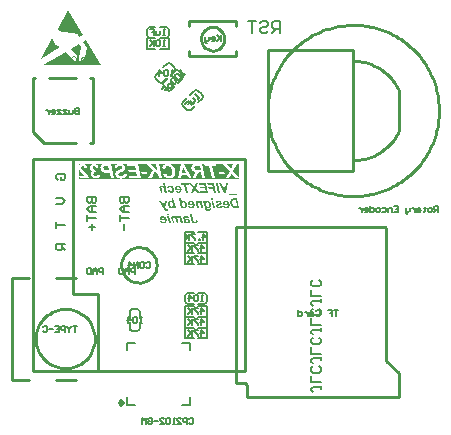
<source format=gbo>
G04*
G04 #@! TF.GenerationSoftware,Altium Limited,Altium Designer,20.1.10 (176)*
G04*
G04 Layer_Color=32896*
%FSLAX25Y25*%
%MOIN*%
G70*
G04*
G04 #@! TF.SameCoordinates,F252A181-4E7B-4898-9581-9C64CF10C23C*
G04*
G04*
G04 #@! TF.FilePolarity,Positive*
G04*
G01*
G75*
%ADD10C,0.00600*%
%ADD11C,0.01181*%
%ADD12C,0.01000*%
%ADD13C,0.00787*%
%ADD116C,0.00400*%
G36*
X11810Y133348D02*
X10588Y132476D01*
X10151Y133494D01*
X8667Y133843D01*
X5173Y134192D01*
X4096Y134514D01*
X3427Y135154D01*
X7036Y141587D01*
X11810Y133348D01*
D02*
G37*
G36*
X2290Y130852D02*
X2568Y130259D01*
X2847Y130003D01*
X4173Y129088D01*
X-2235Y125326D01*
X1567Y132075D01*
X2290Y130852D01*
D02*
G37*
G36*
X17835Y123197D02*
X-1481Y123284D01*
X6117Y127625D01*
X8857Y124421D01*
X9513Y124406D01*
X9811Y124764D01*
X9893Y125077D01*
X9878Y126322D01*
X9576Y126740D01*
X8982Y127501D01*
X7890Y128699D01*
X10407Y130201D01*
X11104Y129186D01*
X10938Y126776D01*
X10513Y126152D01*
X10466Y124758D01*
X10785Y124356D01*
X11269Y124392D01*
X12545Y125691D01*
X13135Y128890D01*
X11966Y130969D01*
X12923Y131394D01*
X17835Y123197D01*
D02*
G37*
G36*
X49449Y82253D02*
X50863Y80641D01*
X50013D01*
X49574Y81121D01*
X49514Y81191D01*
X49454Y81255D01*
X49403Y81311D01*
X49362Y81366D01*
X49320Y81412D01*
X49283Y81454D01*
X49255Y81491D01*
X49228Y81523D01*
X49186Y81574D01*
X49158Y81611D01*
X49144Y81629D01*
X49140Y81634D01*
X49126Y81602D01*
X49112Y81565D01*
X49075Y81486D01*
X49034Y81398D01*
X48992Y81311D01*
X48950Y81232D01*
X48932Y81200D01*
X48918Y81167D01*
X48904Y81144D01*
X48895Y81126D01*
X48886Y81112D01*
Y81107D01*
X48641Y80641D01*
X47897D01*
X48687Y82156D01*
X47223Y83838D01*
X48059D01*
X48558Y83283D01*
X48627Y83205D01*
X48701Y83117D01*
X48775Y83029D01*
X48849Y82951D01*
X48909Y82877D01*
X48937Y82845D01*
X48955Y82817D01*
X48974Y82798D01*
X48987Y82780D01*
X48997Y82771D01*
X49001Y82766D01*
X49011Y82789D01*
X49020Y82807D01*
X49024Y82817D01*
X49029Y82821D01*
X49066Y82891D01*
X49094Y82955D01*
X49121Y83011D01*
X49144Y83057D01*
X49167Y83099D01*
X49181Y83131D01*
X49200Y83163D01*
X49209Y83186D01*
X49218Y83205D01*
X49228Y83219D01*
X49237Y83242D01*
X49242Y83251D01*
X49556Y83838D01*
X50244D01*
X49449Y82253D01*
D02*
G37*
G36*
X39854Y80641D02*
X39235D01*
X39040Y81555D01*
X39022Y81634D01*
X39008Y81703D01*
X38994Y81763D01*
X38980Y81823D01*
X38967Y81874D01*
X38957Y81916D01*
X38943Y81958D01*
X38934Y81990D01*
X38925Y82017D01*
X38920Y82041D01*
X38906Y82078D01*
X38902Y82096D01*
X38897Y82101D01*
X38856Y82175D01*
X38809Y82244D01*
X38759Y82304D01*
X38712Y82355D01*
X38671Y82396D01*
X38639Y82424D01*
X38616Y82447D01*
X38606Y82452D01*
X38551Y82489D01*
X38495Y82516D01*
X38445Y82535D01*
X38394Y82549D01*
X38357Y82558D01*
X38324Y82563D01*
X38297D01*
X38250Y82558D01*
X38214Y82553D01*
X38177Y82540D01*
X38149Y82526D01*
X38126Y82512D01*
X38112Y82503D01*
X38103Y82493D01*
X38098Y82489D01*
X38075Y82461D01*
X38056Y82429D01*
X38043Y82401D01*
X38033Y82369D01*
X38029Y82345D01*
X38024Y82322D01*
Y82309D01*
Y82304D01*
X38029Y82272D01*
X38033Y82230D01*
X38043Y82184D01*
X38052Y82138D01*
X38061Y82091D01*
X38066Y82055D01*
X38075Y82027D01*
Y82022D01*
Y82017D01*
X38371Y80641D01*
X37751D01*
X37461Y81990D01*
X37437Y82091D01*
X37424Y82184D01*
X37410Y82258D01*
X37400Y82318D01*
X37396Y82364D01*
X37391Y82396D01*
Y82420D01*
Y82424D01*
X37400Y82516D01*
X37419Y82600D01*
X37442Y82669D01*
X37474Y82734D01*
X37507Y82780D01*
X37530Y82817D01*
X37548Y82835D01*
X37558Y82845D01*
X37622Y82900D01*
X37696Y82942D01*
X37770Y82969D01*
X37844Y82992D01*
X37909Y83002D01*
X37959Y83006D01*
X37978Y83011D01*
X38006D01*
X38084Y83006D01*
X38158Y83002D01*
X38223Y82988D01*
X38283Y82974D01*
X38334Y82960D01*
X38371Y82951D01*
X38394Y82942D01*
X38403Y82937D01*
X38472Y82905D01*
X38541Y82868D01*
X38611Y82831D01*
X38671Y82789D01*
X38722Y82752D01*
X38763Y82724D01*
X38791Y82706D01*
X38796Y82697D01*
X38800D01*
X38565Y83838D01*
X39184D01*
X39854Y80641D01*
D02*
G37*
G36*
X59576D02*
X58879D01*
X57114Y83838D01*
X57765D01*
X59091Y81422D01*
X59493Y83838D01*
X60145D01*
X59576Y80641D01*
D02*
G37*
G36*
X41078Y83002D02*
X41207Y82978D01*
X41323Y82951D01*
X41424Y82914D01*
X41471Y82895D01*
X41512Y82877D01*
X41544Y82863D01*
X41577Y82849D01*
X41600Y82835D01*
X41618Y82826D01*
X41628Y82821D01*
X41632Y82817D01*
X41743Y82738D01*
X41840Y82651D01*
X41919Y82563D01*
X41983Y82480D01*
X42039Y82401D01*
X42057Y82369D01*
X42076Y82341D01*
X42085Y82318D01*
X42094Y82299D01*
X42104Y82290D01*
Y82285D01*
X42154Y82156D01*
X42196Y82031D01*
X42224Y81911D01*
X42242Y81800D01*
X42247Y81750D01*
X42251Y81708D01*
X42256Y81666D01*
Y81634D01*
X42261Y81606D01*
Y81588D01*
Y81574D01*
Y81569D01*
X42256Y81486D01*
X42251Y81408D01*
X42237Y81329D01*
X42219Y81260D01*
X42201Y81195D01*
X42178Y81135D01*
X42154Y81084D01*
X42131Y81033D01*
X42108Y80992D01*
X42085Y80950D01*
X42062Y80918D01*
X42044Y80895D01*
X42025Y80872D01*
X42011Y80858D01*
X42006Y80849D01*
X42002Y80844D01*
X41951Y80798D01*
X41896Y80756D01*
X41840Y80724D01*
X41785Y80692D01*
X41725Y80668D01*
X41665Y80645D01*
X41554Y80613D01*
X41503Y80604D01*
X41452Y80595D01*
X41411Y80590D01*
X41374Y80585D01*
X41341Y80581D01*
X41300D01*
X41226Y80585D01*
X41157Y80590D01*
X41027Y80613D01*
X40912Y80645D01*
X40810Y80687D01*
X40768Y80705D01*
X40731Y80724D01*
X40694Y80742D01*
X40667Y80756D01*
X40644Y80770D01*
X40630Y80779D01*
X40620Y80789D01*
X40616D01*
X40510Y80876D01*
X40422Y80973D01*
X40343Y81075D01*
X40279Y81177D01*
X40233Y81265D01*
X40214Y81301D01*
X40196Y81338D01*
X40182Y81366D01*
X40177Y81385D01*
X40168Y81398D01*
Y81403D01*
X40778Y81505D01*
X40810Y81426D01*
X40847Y81362D01*
X40884Y81306D01*
X40916Y81260D01*
X40949Y81223D01*
X40976Y81200D01*
X40995Y81181D01*
X40999Y81177D01*
X41050Y81140D01*
X41101Y81117D01*
X41152Y81098D01*
X41193Y81084D01*
X41230Y81075D01*
X41258Y81070D01*
X41286D01*
X41341Y81075D01*
X41388Y81089D01*
X41434Y81107D01*
X41471Y81126D01*
X41498Y81144D01*
X41521Y81163D01*
X41535Y81177D01*
X41540Y81181D01*
X41572Y81227D01*
X41595Y81278D01*
X41614Y81329D01*
X41623Y81380D01*
X41632Y81426D01*
X41637Y81463D01*
Y81486D01*
Y81495D01*
X41632Y81588D01*
X41623Y81676D01*
X41609Y81763D01*
X41595Y81842D01*
X41581Y81907D01*
X41568Y81958D01*
X41563Y81976D01*
X41558Y81990D01*
X41554Y81999D01*
Y82004D01*
X41521Y82101D01*
X41480Y82184D01*
X41443Y82253D01*
X41401Y82309D01*
X41369Y82355D01*
X41341Y82387D01*
X41318Y82406D01*
X41313Y82410D01*
X41254Y82456D01*
X41193Y82489D01*
X41138Y82516D01*
X41087Y82530D01*
X41041Y82540D01*
X41009Y82549D01*
X40976D01*
X40921Y82544D01*
X40870Y82535D01*
X40828Y82516D01*
X40791Y82503D01*
X40759Y82484D01*
X40741Y82466D01*
X40727Y82456D01*
X40722Y82452D01*
X40690Y82415D01*
X40662Y82369D01*
X40644Y82322D01*
X40625Y82276D01*
X40616Y82230D01*
X40607Y82198D01*
X40602Y82175D01*
Y82165D01*
X40006Y82225D01*
X40015Y82290D01*
X40029Y82350D01*
X40062Y82461D01*
X40108Y82558D01*
X40159Y82641D01*
X40205Y82706D01*
X40246Y82757D01*
X40260Y82771D01*
X40274Y82784D01*
X40279Y82789D01*
X40283Y82794D01*
X40330Y82831D01*
X40380Y82868D01*
X40491Y82918D01*
X40597Y82960D01*
X40704Y82983D01*
X40796Y83002D01*
X40838Y83006D01*
X40870D01*
X40898Y83011D01*
X40939D01*
X41078Y83002D01*
D02*
G37*
G36*
X43587Y83006D02*
X43702Y82988D01*
X43808Y82965D01*
X43905Y82932D01*
X43998Y82895D01*
X44081Y82854D01*
X44159Y82807D01*
X44229Y82761D01*
X44289Y82710D01*
X44344Y82669D01*
X44386Y82623D01*
X44427Y82586D01*
X44455Y82553D01*
X44474Y82530D01*
X44488Y82512D01*
X44492Y82507D01*
X44538Y82438D01*
X44580Y82364D01*
X44612Y82290D01*
X44645Y82216D01*
X44668Y82142D01*
X44691Y82073D01*
X44723Y81944D01*
X44732Y81884D01*
X44742Y81828D01*
X44746Y81777D01*
X44751Y81736D01*
X44755Y81703D01*
Y81680D01*
Y81662D01*
Y81657D01*
X44751Y81569D01*
X44742Y81486D01*
X44728Y81403D01*
X44709Y81329D01*
X44686Y81260D01*
X44663Y81195D01*
X44635Y81140D01*
X44608Y81084D01*
X44585Y81038D01*
X44557Y80997D01*
X44534Y80959D01*
X44511Y80932D01*
X44492Y80909D01*
X44478Y80890D01*
X44469Y80881D01*
X44464Y80876D01*
X44409Y80826D01*
X44349Y80779D01*
X44284Y80738D01*
X44224Y80705D01*
X44159Y80678D01*
X44095Y80655D01*
X43975Y80618D01*
X43919Y80604D01*
X43868Y80595D01*
X43822Y80590D01*
X43781Y80585D01*
X43748Y80581D01*
X43702D01*
X43577Y80590D01*
X43466Y80608D01*
X43360Y80632D01*
X43272Y80664D01*
X43194Y80696D01*
X43166Y80710D01*
X43138Y80719D01*
X43120Y80733D01*
X43106Y80738D01*
X43097Y80747D01*
X43092D01*
X42995Y80816D01*
X42907Y80900D01*
X42829Y80983D01*
X42764Y81066D01*
X42718Y81144D01*
X42695Y81177D01*
X42681Y81204D01*
X42667Y81227D01*
X42658Y81246D01*
X42649Y81255D01*
Y81260D01*
X43208Y81352D01*
X43240Y81297D01*
X43277Y81246D01*
X43319Y81204D01*
X43360Y81167D01*
X43397Y81135D01*
X43439Y81107D01*
X43480Y81084D01*
X43517Y81070D01*
X43587Y81047D01*
X43619Y81038D01*
X43647Y81033D01*
X43665Y81029D01*
X43698D01*
X43767Y81033D01*
X43831Y81052D01*
X43887Y81075D01*
X43933Y81098D01*
X43975Y81126D01*
X44002Y81144D01*
X44021Y81163D01*
X44025Y81167D01*
X44067Y81223D01*
X44099Y81288D01*
X44122Y81348D01*
X44136Y81408D01*
X44146Y81463D01*
X44155Y81505D01*
Y81532D01*
Y81537D01*
Y81542D01*
Y81560D01*
X44150Y81579D01*
Y81597D01*
Y81602D01*
X42579D01*
X42552Y81740D01*
X42542Y81810D01*
X42538Y81874D01*
X42533Y81925D01*
Y81971D01*
Y81999D01*
Y82004D01*
Y82008D01*
X42538Y82096D01*
X42542Y82175D01*
X42556Y82253D01*
X42575Y82322D01*
X42593Y82392D01*
X42612Y82452D01*
X42635Y82507D01*
X42658Y82558D01*
X42686Y82600D01*
X42709Y82641D01*
X42727Y82674D01*
X42746Y82701D01*
X42764Y82720D01*
X42778Y82734D01*
X42783Y82743D01*
X42787Y82748D01*
X42838Y82794D01*
X42889Y82835D01*
X42944Y82868D01*
X43000Y82900D01*
X43055Y82928D01*
X43111Y82946D01*
X43222Y82978D01*
X43272Y82988D01*
X43319Y82997D01*
X43360Y83002D01*
X43397Y83006D01*
X43425Y83011D01*
X43466D01*
X43587Y83006D01*
D02*
G37*
G36*
X57521Y80641D02*
X56869D01*
X56195Y83838D01*
X56851D01*
X57521Y80641D01*
D02*
G37*
G36*
X56259D02*
X55608D01*
X55321Y81999D01*
X53769D01*
X53658Y82535D01*
X55211D01*
X55049Y83302D01*
X53469D01*
X53353Y83838D01*
X55589D01*
X56259Y80641D01*
D02*
G37*
G36*
X53520D02*
X51025D01*
X50909Y81177D01*
X52771D01*
X52582Y82045D01*
X50914D01*
X50803Y82581D01*
X52462D01*
X52305Y83302D01*
X50590D01*
X50480Y83838D01*
X52850D01*
X53520Y80641D01*
D02*
G37*
G36*
X47209Y83302D02*
X46275D01*
X46830Y80641D01*
X46174D01*
X45619Y83302D01*
X44686D01*
X44580Y83838D01*
X47102D01*
X47209Y83302D01*
D02*
G37*
G36*
X63185Y79758D02*
X60634D01*
Y80156D01*
X63185D01*
Y79758D01*
D02*
G37*
G36*
X11734Y90272D02*
X11678Y90265D01*
X11609Y90258D01*
X11540Y90251D01*
X11463Y90230D01*
X11290Y90189D01*
X11116Y90126D01*
X11026Y90084D01*
X10943Y90036D01*
X10866Y89973D01*
X10790Y89911D01*
X10783Y89904D01*
X10776Y89897D01*
X10755Y89876D01*
X10728Y89849D01*
X10700Y89807D01*
X10665Y89765D01*
X10630Y89717D01*
X10596Y89661D01*
X10526Y89529D01*
X10464Y89370D01*
X10415Y89189D01*
X10408Y89092D01*
X10401Y88988D01*
Y90279D01*
X11783D01*
X11734Y90272D01*
D02*
G37*
G36*
X61591Y89370D02*
X61584Y89356D01*
X61570Y89321D01*
X61556Y89300D01*
X61542Y89272D01*
X61528Y89238D01*
X61501Y89189D01*
X61480Y89141D01*
X61445Y89078D01*
X61410Y89009D01*
X61369Y88925D01*
X61327Y88828D01*
X61272Y88724D01*
X61265Y88717D01*
X61258Y88703D01*
X61244Y88676D01*
X61230Y88641D01*
X61223Y88648D01*
X61209Y88662D01*
X61188Y88690D01*
X61161Y88717D01*
X61133Y88759D01*
X61091Y88807D01*
X61001Y88919D01*
X60890Y89037D01*
X60779Y89168D01*
X60668Y89300D01*
X60564Y89418D01*
X59814Y90251D01*
X62063D01*
X61591Y89370D01*
D02*
G37*
G36*
X64027Y85449D02*
D01*
X61903Y87871D01*
X63097Y90251D01*
X64027D01*
X58558D01*
X60758Y87725D01*
X59571Y85449D01*
X60689D01*
X61057Y86150D01*
Y86156D01*
X61070Y86177D01*
X61084Y86205D01*
X61105Y86240D01*
X61126Y86288D01*
X61154Y86337D01*
X61216Y86455D01*
X61278Y86587D01*
X61341Y86719D01*
X61396Y86837D01*
X61417Y86892D01*
X61438Y86941D01*
X61445Y86934D01*
X61466Y86906D01*
X61508Y86850D01*
X61570Y86774D01*
X61612Y86725D01*
X61653Y86670D01*
X61709Y86607D01*
X61771Y86538D01*
X61834Y86455D01*
X61910Y86372D01*
X62000Y86274D01*
X62090Y86170D01*
X62750Y85449D01*
X64027D01*
Y85358D01*
X42679D01*
D01*
X40847D01*
X40889Y85365D01*
X40951D01*
X41028Y85372D01*
X41111Y85386D01*
X41208Y85400D01*
X41305Y85428D01*
X41416Y85456D01*
X41527Y85490D01*
X41645Y85532D01*
X41756Y85580D01*
X41874Y85643D01*
X41985Y85712D01*
X42089Y85796D01*
X42187Y85886D01*
X42193Y85893D01*
X42207Y85913D01*
X42235Y85941D01*
X42263Y85983D01*
X42298Y86039D01*
X42339Y86108D01*
X42388Y86191D01*
X42430Y86281D01*
X42478Y86386D01*
X42527Y86497D01*
X42568Y86628D01*
X42603Y86767D01*
X42631Y86913D01*
X42658Y87080D01*
X42672Y87246D01*
X42679Y87433D01*
Y85358D01*
Y87517D01*
X42672Y87572D01*
Y87642D01*
X42658Y87732D01*
X42652Y87822D01*
X42638Y87926D01*
X42624Y88037D01*
X42596Y88162D01*
X42541Y88412D01*
X42457Y88676D01*
X42409Y88801D01*
X42353Y88932D01*
X42346Y88939D01*
X42339Y88960D01*
X42318Y88995D01*
X42291Y89043D01*
X42256Y89099D01*
X42214Y89168D01*
X42166Y89238D01*
X42110Y89321D01*
X41978Y89488D01*
X41826Y89661D01*
X41638Y89828D01*
X41534Y89904D01*
X41430Y89973D01*
X41423Y89980D01*
X41402Y89987D01*
X41368Y90008D01*
X41326Y90029D01*
X41271Y90057D01*
X41208Y90091D01*
X41132Y90126D01*
X41048Y90161D01*
X40958Y90189D01*
X40854Y90223D01*
X40639Y90286D01*
X40403Y90327D01*
X40278Y90334D01*
X40146Y90341D01*
X42679D01*
D01*
X38314D01*
X40070D01*
X40014Y90334D01*
X39952Y90327D01*
X39876Y90320D01*
X39785Y90307D01*
X39695Y90286D01*
X39494Y90237D01*
X39390Y90202D01*
X39286Y90161D01*
X39175Y90112D01*
X39077Y90057D01*
X38973Y89994D01*
X38883Y89918D01*
X38876Y89911D01*
X38862Y89897D01*
X38842Y89876D01*
X38807Y89842D01*
X38772Y89800D01*
X38724Y89751D01*
X38682Y89689D01*
X38633Y89619D01*
X38585Y89543D01*
X38536Y89460D01*
X38488Y89363D01*
X38439Y89266D01*
X38397Y89154D01*
X38363Y89037D01*
X38335Y88912D01*
X38314Y88780D01*
X39258Y88690D01*
Y88696D01*
X39265Y88710D01*
Y88731D01*
X39272Y88759D01*
X39293Y88828D01*
X39327Y88919D01*
X39369Y89023D01*
X39424Y89120D01*
X39487Y89217D01*
X39563Y89293D01*
X39570Y89300D01*
X39605Y89321D01*
X39654Y89356D01*
X39723Y89390D01*
X39806Y89425D01*
X39910Y89460D01*
X40028Y89481D01*
X40160Y89488D01*
X40202D01*
X40229Y89481D01*
X40306Y89474D01*
X40410Y89453D01*
X40528Y89425D01*
X40653Y89377D01*
X40792Y89314D01*
X40924Y89231D01*
X40931D01*
X40937Y89217D01*
X40979Y89182D01*
X41048Y89127D01*
X41125Y89037D01*
X41215Y88932D01*
X41312Y88794D01*
X41409Y88634D01*
X41493Y88447D01*
Y88440D01*
X41500Y88426D01*
X41513Y88398D01*
X41527Y88356D01*
X41541Y88308D01*
X41555Y88252D01*
X41576Y88190D01*
X41597Y88121D01*
X41631Y87961D01*
X41666Y87780D01*
X41694Y87586D01*
X41701Y87392D01*
Y87385D01*
Y87364D01*
Y87336D01*
X41694Y87295D01*
Y87246D01*
X41687Y87191D01*
X41666Y87066D01*
X41631Y86920D01*
X41590Y86774D01*
X41520Y86628D01*
X41430Y86497D01*
X41416Y86483D01*
X41382Y86448D01*
X41319Y86399D01*
X41243Y86344D01*
X41139Y86281D01*
X41021Y86233D01*
X40889Y86198D01*
X40819Y86191D01*
X40743Y86184D01*
X40708D01*
X40681Y86191D01*
X40604Y86198D01*
X40514Y86212D01*
X40403Y86247D01*
X40285Y86288D01*
X40167Y86344D01*
X40042Y86427D01*
X40035D01*
X40028Y86441D01*
X39987Y86476D01*
X39931Y86531D01*
X39862Y86615D01*
X39785Y86719D01*
X39702Y86844D01*
X39633Y86996D01*
X39563Y87170D01*
X38564Y87017D01*
Y87010D01*
X38578Y86982D01*
X38592Y86941D01*
X38620Y86885D01*
X38654Y86816D01*
X38689Y86739D01*
X38730Y86649D01*
X38786Y86559D01*
X38911Y86358D01*
X39064Y86156D01*
X39237Y85955D01*
X39341Y85865D01*
X39445Y85782D01*
X39452Y85775D01*
X39473Y85761D01*
X39501Y85740D01*
X39549Y85719D01*
X39605Y85685D01*
X39667Y85650D01*
X39751Y85608D01*
X39834Y85574D01*
X39931Y85532D01*
X40035Y85490D01*
X40146Y85456D01*
X40264Y85428D01*
X40389Y85400D01*
X40521Y85379D01*
X40660Y85365D01*
X40806Y85358D01*
X38314D01*
D01*
X26495D01*
Y90341D01*
Y85358D01*
X24712D01*
X24767Y85365D01*
X24830Y85372D01*
X24899D01*
X24975Y85386D01*
X25142Y85407D01*
X25322Y85442D01*
X25510Y85490D01*
X25683Y85560D01*
X25690D01*
X25704Y85567D01*
X25725Y85580D01*
X25760Y85601D01*
X25836Y85643D01*
X25933Y85712D01*
X26037Y85789D01*
X26141Y85893D01*
X26239Y86004D01*
X26322Y86136D01*
Y86143D01*
X26329Y86150D01*
X26336Y86170D01*
X26349Y86205D01*
X26363Y86240D01*
X26377Y86281D01*
X26412Y86386D01*
X26447Y86510D01*
X26474Y86656D01*
X26488Y86816D01*
X26495Y86989D01*
X25551Y87045D01*
Y87038D01*
Y87024D01*
Y87003D01*
X25545Y86975D01*
X25537Y86892D01*
X25524Y86802D01*
X25510Y86698D01*
X25482Y86594D01*
X25447Y86503D01*
X25399Y86434D01*
X25385Y86420D01*
X25357Y86392D01*
X25302Y86358D01*
X25218Y86309D01*
X25170Y86288D01*
X25107Y86260D01*
X25045Y86240D01*
X24969Y86226D01*
X24892Y86205D01*
X24802Y86198D01*
X24705Y86184D01*
X24524D01*
X24483Y86191D01*
X24434D01*
X24330Y86205D01*
X24219Y86226D01*
X24101Y86260D01*
X23990Y86302D01*
X23900Y86358D01*
X23893Y86365D01*
X23865Y86386D01*
X23830Y86427D01*
X23789Y86476D01*
X23747Y86538D01*
X23712Y86607D01*
X23685Y86684D01*
X23678Y86774D01*
Y86781D01*
Y86809D01*
X23685Y86850D01*
X23698Y86899D01*
X23719Y86954D01*
X23754Y87017D01*
X23796Y87079D01*
X23858Y87135D01*
X23865Y87142D01*
X23886Y87156D01*
X23927Y87184D01*
X23990Y87218D01*
X24032Y87246D01*
X24080Y87274D01*
X24136Y87301D01*
X24198Y87329D01*
X24274Y87364D01*
X24351Y87406D01*
X24448Y87447D01*
X24545Y87489D01*
X24552D01*
X24573Y87503D01*
X24601Y87510D01*
X24635Y87531D01*
X24684Y87551D01*
X24739Y87572D01*
X24857Y87628D01*
X24989Y87697D01*
X25128Y87760D01*
X25253Y87829D01*
X25315Y87864D01*
X25364Y87891D01*
X25378Y87898D01*
X25406Y87919D01*
X25454Y87961D01*
X25510Y88009D01*
X25572Y88065D01*
X25642Y88141D01*
X25704Y88225D01*
X25767Y88315D01*
X25774Y88329D01*
X25787Y88363D01*
X25815Y88419D01*
X25836Y88488D01*
X25864Y88578D01*
X25892Y88683D01*
X25905Y88801D01*
X25912Y88925D01*
Y88932D01*
Y88953D01*
Y88988D01*
X25905Y89030D01*
X25898Y89078D01*
X25892Y89141D01*
X25878Y89210D01*
X25857Y89279D01*
X25808Y89439D01*
X25767Y89522D01*
X25725Y89613D01*
X25676Y89696D01*
X25621Y89779D01*
X25551Y89862D01*
X25475Y89939D01*
X25468Y89946D01*
X25454Y89960D01*
X25427Y89973D01*
X25392Y90001D01*
X25350Y90029D01*
X25295Y90064D01*
X25225Y90105D01*
X25149Y90140D01*
X25066Y90175D01*
X24975Y90216D01*
X24871Y90251D01*
X24753Y90279D01*
X24628Y90307D01*
X24497Y90327D01*
X24358Y90334D01*
X24205Y90341D01*
X26495D01*
X22380D01*
X24122D01*
X24066Y90334D01*
X23997Y90327D01*
X23914Y90320D01*
X23823Y90307D01*
X23726Y90293D01*
X23511Y90244D01*
X23400Y90209D01*
X23296Y90175D01*
X23185Y90126D01*
X23081Y90071D01*
X22984Y90008D01*
X22893Y89939D01*
X22886Y89932D01*
X22873Y89918D01*
X22852Y89897D01*
X22817Y89869D01*
X22782Y89828D01*
X22741Y89779D01*
X22699Y89724D01*
X22658Y89661D01*
X22609Y89585D01*
X22560Y89508D01*
X22519Y89418D01*
X22477Y89328D01*
X22442Y89224D01*
X22414Y89120D01*
X22394Y89002D01*
X22380Y88884D01*
X23324Y88842D01*
Y88849D01*
Y88856D01*
X23331Y88898D01*
X23351Y88960D01*
X23372Y89037D01*
X23407Y89120D01*
X23449Y89210D01*
X23504Y89293D01*
X23581Y89370D01*
X23587Y89377D01*
X23622Y89397D01*
X23671Y89432D01*
X23740Y89467D01*
X23823Y89495D01*
X23934Y89529D01*
X24066Y89550D01*
X24212Y89557D01*
X24281D01*
X24351Y89550D01*
X24441Y89536D01*
X24531Y89522D01*
X24628Y89495D01*
X24719Y89460D01*
X24795Y89411D01*
X24802Y89404D01*
X24823Y89384D01*
X24850Y89356D01*
X24878Y89314D01*
X24913Y89259D01*
X24941Y89196D01*
X24961Y89120D01*
X24969Y89043D01*
Y89037D01*
Y89009D01*
X24961Y88974D01*
X24948Y88925D01*
X24927Y88870D01*
X24899Y88814D01*
X24864Y88759D01*
X24809Y88703D01*
X24802Y88696D01*
X24774Y88676D01*
X24733Y88648D01*
X24663Y88606D01*
X24614Y88578D01*
X24566Y88551D01*
X24510Y88516D01*
X24441Y88481D01*
X24372Y88447D01*
X24288Y88405D01*
X24198Y88363D01*
X24101Y88322D01*
X24094Y88315D01*
X24066Y88308D01*
X24025Y88287D01*
X23969Y88266D01*
X23900Y88231D01*
X23823Y88197D01*
X23657Y88113D01*
X23476Y88023D01*
X23303Y87926D01*
X23220Y87878D01*
X23150Y87829D01*
X23088Y87780D01*
X23039Y87739D01*
X23032Y87732D01*
X23025Y87725D01*
X23004Y87704D01*
X22984Y87683D01*
X22928Y87607D01*
X22866Y87510D01*
X22803Y87392D01*
X22755Y87246D01*
X22713Y87079D01*
X22706Y86996D01*
X22699Y86899D01*
Y86892D01*
Y86871D01*
Y86836D01*
X22706Y86795D01*
X22713Y86739D01*
X22727Y86670D01*
X22741Y86601D01*
X22761Y86524D01*
X22789Y86441D01*
X22824Y86351D01*
X22866Y86260D01*
X22914Y86170D01*
X22970Y86080D01*
X23039Y85983D01*
X23115Y85900D01*
X23206Y85809D01*
X23213Y85803D01*
X23226Y85789D01*
X23261Y85768D01*
X23296Y85740D01*
X23351Y85705D01*
X23414Y85664D01*
X23483Y85629D01*
X23573Y85587D01*
X23664Y85539D01*
X23768Y85504D01*
X23886Y85462D01*
X24011Y85428D01*
X24143Y85400D01*
X24288Y85379D01*
X24441Y85365D01*
X24608Y85358D01*
X22380D01*
Y85358D01*
X17626D01*
Y90279D01*
Y85358D01*
X16196D01*
X16245Y85365D01*
X16294Y85372D01*
X16356Y85379D01*
X16425Y85386D01*
X16495Y85400D01*
X16654Y85442D01*
X16821Y85504D01*
X16904Y85546D01*
X16987Y85594D01*
X17071Y85643D01*
X17147Y85705D01*
X17154Y85712D01*
X17161Y85719D01*
X17182Y85740D01*
X17210Y85768D01*
X17244Y85803D01*
X17279Y85851D01*
X17314Y85900D01*
X17355Y85962D01*
X17397Y86025D01*
X17439Y86101D01*
X17480Y86177D01*
X17515Y86268D01*
X17550Y86365D01*
X17584Y86469D01*
X17605Y86573D01*
X17626Y86691D01*
X16724Y86802D01*
Y86795D01*
Y86788D01*
X16717Y86767D01*
X16710Y86739D01*
X16696Y86670D01*
X16675Y86587D01*
X16647Y86503D01*
X16613Y86413D01*
X16571Y86330D01*
X16522Y86268D01*
X16515Y86260D01*
X16495Y86247D01*
X16460Y86219D01*
X16418Y86198D01*
X16363Y86170D01*
X16294Y86143D01*
X16217Y86129D01*
X16134Y86122D01*
X16120D01*
X16078Y86129D01*
X16023Y86136D01*
X15947Y86150D01*
X15863Y86177D01*
X15773Y86212D01*
X15683Y86268D01*
X15599Y86337D01*
X15593Y86344D01*
X15565Y86379D01*
X15530Y86420D01*
X15488Y86489D01*
X15454Y86566D01*
X15419Y86663D01*
X15391Y86774D01*
X15384Y86892D01*
Y86899D01*
Y86906D01*
Y86941D01*
X15391Y86996D01*
X15405Y87066D01*
X15426Y87142D01*
X15461Y87218D01*
X15502Y87295D01*
X15558Y87364D01*
X15565Y87371D01*
X15593Y87392D01*
X15627Y87419D01*
X15683Y87454D01*
X15745Y87482D01*
X15829Y87510D01*
X15919Y87531D01*
X16023Y87537D01*
X16064D01*
X16113Y87531D01*
X16169Y87524D01*
X16009Y88301D01*
X15849D01*
X15780Y88308D01*
X15697Y88322D01*
X15606Y88349D01*
X15516Y88377D01*
X15426Y88426D01*
X15343Y88488D01*
X15336Y88495D01*
X15308Y88523D01*
X15280Y88565D01*
X15239Y88627D01*
X15204Y88703D01*
X15169Y88794D01*
X15148Y88898D01*
X15141Y89016D01*
Y89030D01*
Y89057D01*
X15148Y89099D01*
X15155Y89154D01*
X15176Y89210D01*
X15197Y89272D01*
X15232Y89335D01*
X15280Y89390D01*
X15287Y89397D01*
X15301Y89411D01*
X15336Y89432D01*
X15370Y89460D01*
X15426Y89488D01*
X15482Y89508D01*
X15551Y89522D01*
X15627Y89529D01*
X15662D01*
X15697Y89522D01*
X15745Y89508D01*
X15801Y89495D01*
X15863Y89467D01*
X15926Y89425D01*
X15988Y89377D01*
X15995Y89370D01*
X16016Y89349D01*
X16044Y89307D01*
X16078Y89259D01*
X16120Y89189D01*
X16162Y89099D01*
X16203Y88995D01*
X16238Y88870D01*
X17098Y89037D01*
Y89043D01*
X17092Y89057D01*
X17085Y89085D01*
X17071Y89127D01*
X17050Y89168D01*
X17029Y89217D01*
X16981Y89335D01*
X16918Y89467D01*
X16842Y89599D01*
X16751Y89731D01*
X16647Y89849D01*
X16641Y89855D01*
X16627Y89869D01*
X16599Y89890D01*
X16571Y89918D01*
X16522Y89946D01*
X16474Y89987D01*
X16411Y90022D01*
X16342Y90064D01*
X16266Y90105D01*
X16189Y90140D01*
X16002Y90209D01*
X15898Y90237D01*
X15787Y90258D01*
X15676Y90272D01*
X15558Y90279D01*
X17626D01*
X14205D01*
X15495D01*
X15447Y90272D01*
X15391Y90265D01*
X15329Y90258D01*
X15183Y90230D01*
X15023Y90189D01*
X14857Y90119D01*
X14774Y90078D01*
X14697Y90029D01*
X14621Y89973D01*
X14551Y89904D01*
X14545Y89897D01*
X14538Y89890D01*
X14517Y89869D01*
X14496Y89842D01*
X14468Y89800D01*
X14441Y89758D01*
X14378Y89654D01*
X14316Y89529D01*
X14260Y89377D01*
X14218Y89210D01*
X14211Y89120D01*
X14205Y89023D01*
Y89030D01*
Y87614D01*
Y88960D01*
X14218Y88891D01*
X14232Y88801D01*
X14260Y88690D01*
X14295Y88578D01*
X14350Y88460D01*
X14427Y88342D01*
X14434Y88329D01*
X14468Y88294D01*
X14517Y88238D01*
X14586Y88176D01*
X14670Y88100D01*
X14774Y88023D01*
X14892Y87961D01*
X15030Y87898D01*
X15023D01*
X15017Y87891D01*
X14982Y87871D01*
X14926Y87836D01*
X14857Y87787D01*
X14787Y87725D01*
X14711Y87656D01*
X14642Y87572D01*
X14579Y87482D01*
X14572Y87468D01*
X14559Y87440D01*
X14531Y87385D01*
X14503Y87322D01*
X14482Y87239D01*
X14454Y87149D01*
X14441Y87052D01*
X14434Y86948D01*
Y86941D01*
Y86927D01*
Y86899D01*
X14441Y86857D01*
X14447Y86809D01*
X14454Y86753D01*
X14468Y86691D01*
X14482Y86628D01*
X14524Y86476D01*
X14593Y86309D01*
X14635Y86226D01*
X14690Y86136D01*
X14746Y86052D01*
X14815Y85969D01*
X14822Y85962D01*
X14836Y85941D01*
X14871Y85913D01*
X14906Y85872D01*
X14961Y85830D01*
X15023Y85775D01*
X15093Y85719D01*
X15176Y85664D01*
X15266Y85608D01*
X15363Y85553D01*
X15474Y85497D01*
X15593Y85456D01*
X15717Y85414D01*
X15849Y85386D01*
X15995Y85365D01*
X16141Y85358D01*
X14205D01*
Y85358D01*
X10401D01*
Y85449D01*
D01*
Y88939D01*
X10408Y88884D01*
X10415Y88807D01*
X10429Y88724D01*
X10450Y88627D01*
X10478Y88523D01*
X10519Y88412D01*
X10526Y88398D01*
X10540Y88363D01*
X10568Y88308D01*
X10610Y88231D01*
X10665Y88141D01*
X10734Y88037D01*
X10811Y87926D01*
X10908Y87808D01*
X10915Y87801D01*
X10943Y87766D01*
X10991Y87718D01*
X11061Y87648D01*
X11151Y87558D01*
X11262Y87447D01*
X11394Y87322D01*
X11547Y87177D01*
X11553Y87170D01*
X11567Y87156D01*
X11588Y87142D01*
X11616Y87114D01*
X11692Y87045D01*
X11783Y86954D01*
X11880Y86864D01*
X11977Y86774D01*
X12060Y86691D01*
X12129Y86621D01*
X12136Y86615D01*
X12150Y86594D01*
X12178Y86566D01*
X12213Y86531D01*
X12254Y86483D01*
X12296Y86427D01*
X12393Y86309D01*
X10728D01*
X10908Y85449D01*
X13823D01*
Y85462D01*
X13816Y85483D01*
Y85511D01*
X13802Y85580D01*
X13781Y85664D01*
X13753Y85768D01*
X13719Y85879D01*
X13677Y86004D01*
X13622Y86122D01*
Y86129D01*
X13615Y86136D01*
X13594Y86177D01*
X13559Y86240D01*
X13510Y86316D01*
X13448Y86406D01*
X13379Y86503D01*
X13302Y86607D01*
X13219Y86712D01*
X13205Y86725D01*
X13171Y86767D01*
X13143Y86795D01*
X13108Y86830D01*
X13066Y86878D01*
X13018Y86927D01*
X12962Y86989D01*
X12893Y87052D01*
X12823Y87128D01*
X12740Y87204D01*
X12650Y87295D01*
X12553Y87392D01*
X12449Y87496D01*
X12331Y87607D01*
X12324Y87614D01*
X12310Y87628D01*
X12282Y87648D01*
X12254Y87683D01*
X12171Y87760D01*
X12074Y87857D01*
X11970Y87961D01*
X11866Y88058D01*
X11783Y88148D01*
X11748Y88183D01*
X11720Y88211D01*
X11713Y88225D01*
X11685Y88252D01*
X11644Y88301D01*
X11595Y88363D01*
X11540Y88433D01*
X11491Y88509D01*
X11442Y88585D01*
X11408Y88655D01*
X11401Y88662D01*
X11394Y88690D01*
X11380Y88724D01*
X11359Y88766D01*
X11345Y88821D01*
X11331Y88877D01*
X11324Y88939D01*
X11317Y88995D01*
Y89009D01*
Y89037D01*
X11324Y89078D01*
X11338Y89134D01*
X11352Y89196D01*
X11380Y89266D01*
X11415Y89328D01*
X11463Y89390D01*
X11470Y89397D01*
X11491Y89411D01*
X11519Y89439D01*
X11560Y89467D01*
X11616Y89495D01*
X11678Y89522D01*
X11748Y89536D01*
X11824Y89543D01*
X11859D01*
X11900Y89536D01*
X11956Y89522D01*
X12018Y89502D01*
X12081Y89467D01*
X12150Y89425D01*
X12213Y89370D01*
X12220Y89363D01*
X12241Y89335D01*
X12268Y89293D01*
X12303Y89231D01*
X12345Y89148D01*
X12386Y89043D01*
X12428Y88919D01*
X12463Y88766D01*
X13379Y88898D01*
Y88905D01*
X13372Y88925D01*
X13365Y88960D01*
X13358Y89009D01*
X13337Y89064D01*
X13323Y89127D01*
X13302Y89196D01*
X13275Y89272D01*
X13205Y89439D01*
X13115Y89613D01*
X13004Y89772D01*
X12934Y89849D01*
X12865Y89918D01*
X12858Y89925D01*
X12844Y89932D01*
X12823Y89953D01*
X12789Y89973D01*
X12754Y90001D01*
X12706Y90029D01*
X12650Y90064D01*
X12581Y90098D01*
X12511Y90133D01*
X12435Y90168D01*
X12261Y90223D01*
X12067Y90265D01*
X11956Y90272D01*
X11845Y90279D01*
X13823D01*
X10401D01*
Y90341D01*
X64027D01*
Y85449D01*
D02*
G37*
G36*
X55326Y78164D02*
X54702D01*
X54587Y78728D01*
X55206D01*
X55326Y78164D01*
D02*
G37*
G36*
X42732Y75531D02*
X42168D01*
X42090Y75905D01*
X42044Y75827D01*
X41988Y75762D01*
X41933Y75702D01*
X41877Y75656D01*
X41813Y75614D01*
X41752Y75577D01*
X41692Y75550D01*
X41632Y75526D01*
X41577Y75508D01*
X41526Y75494D01*
X41480Y75485D01*
X41438Y75480D01*
X41401Y75476D01*
X41378Y75471D01*
X41355D01*
X41277Y75476D01*
X41207Y75485D01*
X41138Y75499D01*
X41078Y75517D01*
X41027Y75531D01*
X40990Y75545D01*
X40967Y75554D01*
X40958Y75559D01*
X40884Y75596D01*
X40819Y75642D01*
X40755Y75688D01*
X40699Y75734D01*
X40653Y75771D01*
X40620Y75804D01*
X40597Y75827D01*
X40588Y75836D01*
X40523Y75910D01*
X40473Y75993D01*
X40422Y76072D01*
X40385Y76150D01*
X40353Y76219D01*
X40330Y76270D01*
X40320Y76293D01*
X40316Y76307D01*
X40311Y76316D01*
Y76321D01*
X40274Y76432D01*
X40251Y76543D01*
X40233Y76649D01*
X40219Y76741D01*
X40209Y76820D01*
Y76852D01*
X40205Y76880D01*
Y76903D01*
Y76922D01*
Y76931D01*
Y76935D01*
X40209Y77023D01*
X40214Y77102D01*
X40223Y77176D01*
X40237Y77245D01*
X40256Y77310D01*
X40274Y77370D01*
X40293Y77421D01*
X40316Y77472D01*
X40334Y77513D01*
X40357Y77550D01*
X40376Y77582D01*
X40389Y77605D01*
X40408Y77624D01*
X40417Y77642D01*
X40422Y77647D01*
X40426Y77652D01*
X40468Y77698D01*
X40514Y77735D01*
X40565Y77767D01*
X40611Y77795D01*
X40713Y77841D01*
X40805Y77869D01*
X40889Y77887D01*
X40925Y77892D01*
X40958Y77896D01*
X40981Y77901D01*
X41018D01*
X41083Y77896D01*
X41147Y77892D01*
X41203Y77883D01*
X41254Y77873D01*
X41290Y77859D01*
X41323Y77850D01*
X41341Y77846D01*
X41350Y77841D01*
X41406Y77818D01*
X41461Y77790D01*
X41517Y77758D01*
X41563Y77730D01*
X41609Y77702D01*
X41642Y77679D01*
X41660Y77661D01*
X41669Y77656D01*
X41443Y78728D01*
X42062D01*
X42732Y75531D01*
D02*
G37*
G36*
X53533Y77892D02*
X53635Y77873D01*
X53728Y77846D01*
X53806Y77813D01*
X53875Y77781D01*
X53908Y77767D01*
X53931Y77753D01*
X53949Y77744D01*
X53963Y77735D01*
X53972Y77726D01*
X53977D01*
X54069Y77652D01*
X54153Y77573D01*
X54226Y77485D01*
X54286Y77402D01*
X54333Y77324D01*
X54351Y77291D01*
X54365Y77264D01*
X54379Y77241D01*
X54383Y77222D01*
X54393Y77213D01*
Y77208D01*
X54444Y77079D01*
X54476Y76949D01*
X54504Y76825D01*
X54522Y76709D01*
X54527Y76654D01*
X54531Y76608D01*
X54536Y76566D01*
Y76529D01*
X54541Y76501D01*
Y76478D01*
Y76464D01*
Y76460D01*
X54536Y76376D01*
X54531Y76298D01*
X54522Y76224D01*
X54508Y76155D01*
X54490Y76090D01*
X54471Y76035D01*
X54453Y75984D01*
X54430Y75938D01*
X54411Y75896D01*
X54393Y75859D01*
X54374Y75827D01*
X54356Y75804D01*
X54342Y75780D01*
X54333Y75767D01*
X54324Y75762D01*
Y75757D01*
X54282Y75716D01*
X54236Y75679D01*
X54189Y75647D01*
X54143Y75624D01*
X54051Y75577D01*
X53963Y75550D01*
X53885Y75536D01*
X53852Y75531D01*
X53820Y75526D01*
X53797Y75522D01*
X53764D01*
X53695Y75526D01*
X53631Y75536D01*
X53566Y75545D01*
X53501Y75563D01*
X53386Y75605D01*
X53279Y75656D01*
X53233Y75679D01*
X53187Y75707D01*
X53155Y75730D01*
X53122Y75748D01*
X53095Y75767D01*
X53076Y75780D01*
X53067Y75785D01*
X53062Y75790D01*
X53085Y75683D01*
X53104Y75586D01*
X53122Y75508D01*
X53141Y75443D01*
X53150Y75393D01*
X53164Y75355D01*
X53173Y75332D01*
X53178Y75318D01*
Y75314D01*
X53201Y75268D01*
X53228Y75226D01*
X53252Y75194D01*
X53279Y75166D01*
X53302Y75148D01*
X53316Y75134D01*
X53330Y75125D01*
X53335Y75120D01*
X53386Y75092D01*
X53441Y75074D01*
X53496Y75055D01*
X53552Y75046D01*
X53598Y75041D01*
X53635Y75037D01*
X53718D01*
X53755Y75041D01*
X53787Y75051D01*
X53820Y75055D01*
X53838Y75064D01*
X53857Y75069D01*
X53866Y75074D01*
X53871D01*
X53917Y75101D01*
X53949Y75134D01*
X53968Y75152D01*
X53972Y75161D01*
X53982Y75185D01*
X53991Y75208D01*
X54000Y75258D01*
X54005Y75277D01*
Y75295D01*
Y75309D01*
Y75314D01*
X54670Y75406D01*
X54675Y75374D01*
Y75346D01*
Y75328D01*
Y75318D01*
X54670Y75249D01*
X54665Y75180D01*
X54651Y75120D01*
X54638Y75064D01*
X54615Y75014D01*
X54596Y74967D01*
X54573Y74931D01*
X54550Y74893D01*
X54504Y74833D01*
X54462Y74792D01*
X54434Y74769D01*
X54430Y74760D01*
X54425D01*
X54374Y74732D01*
X54324Y74704D01*
X54203Y74663D01*
X54083Y74630D01*
X53963Y74612D01*
X53908Y74602D01*
X53852Y74598D01*
X53806Y74593D01*
X53764D01*
X53732Y74589D01*
X53607D01*
X53533Y74593D01*
X53464Y74602D01*
X53404Y74607D01*
X53353Y74616D01*
X53316Y74621D01*
X53293Y74625D01*
X53284D01*
X53219Y74639D01*
X53155Y74658D01*
X53104Y74676D01*
X53053Y74699D01*
X53016Y74713D01*
X52988Y74727D01*
X52970Y74736D01*
X52965Y74741D01*
X52914Y74773D01*
X52873Y74806D01*
X52831Y74838D01*
X52799Y74870D01*
X52776Y74898D01*
X52753Y74921D01*
X52743Y74935D01*
X52739Y74940D01*
X52706Y74986D01*
X52679Y75037D01*
X52651Y75092D01*
X52628Y75138D01*
X52609Y75185D01*
X52596Y75222D01*
X52586Y75245D01*
X52582Y75254D01*
X52568Y75295D01*
X52554Y75337D01*
X52526Y75439D01*
X52499Y75550D01*
X52471Y75656D01*
X52448Y75753D01*
X52438Y75799D01*
X52429Y75836D01*
X52420Y75868D01*
X52415Y75891D01*
X52411Y75905D01*
Y75910D01*
X52046Y77850D01*
X52628D01*
X52711Y77439D01*
X52753Y77518D01*
X52803Y77582D01*
X52854Y77642D01*
X52900Y77689D01*
X52942Y77726D01*
X52979Y77753D01*
X53002Y77772D01*
X53011Y77776D01*
X53085Y77818D01*
X53155Y77850D01*
X53228Y77869D01*
X53293Y77887D01*
X53349Y77896D01*
X53395Y77901D01*
X53432D01*
X53533Y77892D01*
D02*
G37*
G36*
X39387Y75531D02*
X39424Y75453D01*
X39461Y75388D01*
X39503Y75328D01*
X39540Y75277D01*
X39581Y75235D01*
X39623Y75198D01*
X39660Y75171D01*
X39696Y75148D01*
X39729Y75129D01*
X39761Y75115D01*
X39817Y75101D01*
X39835Y75097D01*
X39849Y75092D01*
X39863D01*
X39941Y75097D01*
X39978Y75106D01*
X40011Y75111D01*
X40038Y75120D01*
X40062Y75125D01*
X40075Y75129D01*
X40080D01*
X40131Y74663D01*
X40043Y74639D01*
X39960Y74621D01*
X39881Y74607D01*
X39817Y74598D01*
X39761Y74593D01*
X39724Y74589D01*
X39687D01*
X39613Y74593D01*
X39549Y74602D01*
X39493Y74612D01*
X39442Y74625D01*
X39401Y74639D01*
X39369Y74653D01*
X39350Y74658D01*
X39345Y74663D01*
X39295Y74695D01*
X39248Y74727D01*
X39207Y74760D01*
X39170Y74792D01*
X39142Y74820D01*
X39124Y74843D01*
X39110Y74861D01*
X39105Y74866D01*
X39064Y74921D01*
X39017Y74986D01*
X38971Y75060D01*
X38925Y75134D01*
X38883Y75198D01*
X38851Y75254D01*
X38842Y75277D01*
X38833Y75291D01*
X38823Y75300D01*
Y75305D01*
X37391Y77850D01*
X38052D01*
X38606Y76815D01*
X38680Y76672D01*
X38749Y76534D01*
X38805Y76409D01*
X38856Y76298D01*
X38874Y76247D01*
X38893Y76206D01*
X38906Y76164D01*
X38920Y76132D01*
X38930Y76109D01*
X38939Y76086D01*
X38943Y76076D01*
Y76109D01*
X38948Y76150D01*
X38957Y76243D01*
X38971Y76344D01*
X38980Y76446D01*
X38994Y76543D01*
X38999Y76584D01*
X39004Y76617D01*
X39008Y76649D01*
Y76672D01*
X39013Y76686D01*
Y76691D01*
X39165Y77850D01*
X39789D01*
X39387Y75531D01*
D02*
G37*
G36*
X59600Y77896D02*
X59715Y77878D01*
X59821Y77855D01*
X59918Y77823D01*
X60011Y77786D01*
X60094Y77744D01*
X60172Y77698D01*
X60242Y77652D01*
X60302Y77601D01*
X60357Y77559D01*
X60399Y77513D01*
X60440Y77476D01*
X60468Y77444D01*
X60487Y77421D01*
X60500Y77402D01*
X60505Y77398D01*
X60551Y77328D01*
X60593Y77254D01*
X60625Y77180D01*
X60658Y77106D01*
X60681Y77033D01*
X60704Y76963D01*
X60736Y76834D01*
X60745Y76774D01*
X60755Y76718D01*
X60759Y76668D01*
X60764Y76626D01*
X60768Y76594D01*
Y76571D01*
Y76552D01*
Y76547D01*
X60764Y76460D01*
X60755Y76376D01*
X60741Y76293D01*
X60722Y76219D01*
X60699Y76150D01*
X60676Y76086D01*
X60648Y76030D01*
X60620Y75975D01*
X60597Y75928D01*
X60570Y75887D01*
X60547Y75850D01*
X60523Y75822D01*
X60505Y75799D01*
X60491Y75780D01*
X60482Y75771D01*
X60477Y75767D01*
X60422Y75716D01*
X60362Y75670D01*
X60297Y75628D01*
X60237Y75596D01*
X60172Y75568D01*
X60108Y75545D01*
X59988Y75508D01*
X59932Y75494D01*
X59881Y75485D01*
X59835Y75480D01*
X59794Y75476D01*
X59761Y75471D01*
X59715D01*
X59590Y75480D01*
X59479Y75499D01*
X59373Y75522D01*
X59285Y75554D01*
X59207Y75586D01*
X59179Y75600D01*
X59151Y75610D01*
X59133Y75624D01*
X59119Y75628D01*
X59110Y75637D01*
X59105D01*
X59008Y75707D01*
X58920Y75790D01*
X58842Y75873D01*
X58777Y75956D01*
X58731Y76035D01*
X58708Y76067D01*
X58694Y76095D01*
X58680Y76118D01*
X58671Y76136D01*
X58662Y76145D01*
Y76150D01*
X59221Y76243D01*
X59253Y76187D01*
X59290Y76136D01*
X59332Y76095D01*
X59373Y76058D01*
X59410Y76025D01*
X59452Y75998D01*
X59493Y75975D01*
X59530Y75961D01*
X59600Y75938D01*
X59632Y75928D01*
X59660Y75924D01*
X59678Y75919D01*
X59710D01*
X59780Y75924D01*
X59844Y75942D01*
X59900Y75965D01*
X59946Y75988D01*
X59988Y76016D01*
X60015Y76035D01*
X60034Y76053D01*
X60038Y76058D01*
X60080Y76113D01*
X60112Y76178D01*
X60135Y76238D01*
X60149Y76298D01*
X60158Y76353D01*
X60168Y76395D01*
Y76423D01*
Y76427D01*
Y76432D01*
Y76450D01*
X60163Y76469D01*
Y76487D01*
Y76492D01*
X58592D01*
X58565Y76631D01*
X58555Y76700D01*
X58551Y76765D01*
X58546Y76815D01*
Y76862D01*
Y76889D01*
Y76894D01*
Y76899D01*
X58551Y76986D01*
X58555Y77065D01*
X58569Y77143D01*
X58588Y77213D01*
X58606Y77282D01*
X58625Y77342D01*
X58648Y77398D01*
X58671Y77448D01*
X58699Y77490D01*
X58722Y77531D01*
X58740Y77564D01*
X58759Y77592D01*
X58777Y77610D01*
X58791Y77624D01*
X58796Y77633D01*
X58800Y77638D01*
X58851Y77684D01*
X58902Y77726D01*
X58957Y77758D01*
X59013Y77790D01*
X59068Y77818D01*
X59124Y77836D01*
X59234Y77869D01*
X59285Y77878D01*
X59332Y77887D01*
X59373Y77892D01*
X59410Y77896D01*
X59438Y77901D01*
X59479D01*
X59600Y77896D01*
D02*
G37*
G36*
X47925D02*
X48040Y77878D01*
X48147Y77855D01*
X48243Y77823D01*
X48336Y77786D01*
X48419Y77744D01*
X48498Y77698D01*
X48567Y77652D01*
X48627Y77601D01*
X48682Y77559D01*
X48724Y77513D01*
X48766Y77476D01*
X48793Y77444D01*
X48812Y77421D01*
X48826Y77402D01*
X48830Y77398D01*
X48877Y77328D01*
X48918Y77254D01*
X48950Y77180D01*
X48983Y77106D01*
X49006Y77033D01*
X49029Y76963D01*
X49061Y76834D01*
X49071Y76774D01*
X49080Y76718D01*
X49084Y76668D01*
X49089Y76626D01*
X49094Y76594D01*
Y76571D01*
Y76552D01*
Y76547D01*
X49089Y76460D01*
X49080Y76376D01*
X49066Y76293D01*
X49047Y76219D01*
X49024Y76150D01*
X49001Y76086D01*
X48974Y76030D01*
X48946Y75975D01*
X48923Y75928D01*
X48895Y75887D01*
X48872Y75850D01*
X48849Y75822D01*
X48830Y75799D01*
X48816Y75780D01*
X48807Y75771D01*
X48803Y75767D01*
X48747Y75716D01*
X48687Y75670D01*
X48622Y75628D01*
X48562Y75596D01*
X48498Y75568D01*
X48433Y75545D01*
X48313Y75508D01*
X48257Y75494D01*
X48207Y75485D01*
X48160Y75480D01*
X48119Y75476D01*
X48087Y75471D01*
X48040D01*
X47916Y75480D01*
X47805Y75499D01*
X47698Y75522D01*
X47611Y75554D01*
X47532Y75586D01*
X47504Y75600D01*
X47477Y75610D01*
X47458Y75624D01*
X47444Y75628D01*
X47435Y75637D01*
X47430D01*
X47333Y75707D01*
X47246Y75790D01*
X47167Y75873D01*
X47102Y75956D01*
X47056Y76035D01*
X47033Y76067D01*
X47019Y76095D01*
X47005Y76118D01*
X46996Y76136D01*
X46987Y76145D01*
Y76150D01*
X47546Y76243D01*
X47578Y76187D01*
X47615Y76136D01*
X47657Y76095D01*
X47698Y76058D01*
X47735Y76025D01*
X47777Y75998D01*
X47818Y75975D01*
X47855Y75961D01*
X47925Y75938D01*
X47957Y75928D01*
X47985Y75924D01*
X48003Y75919D01*
X48036D01*
X48105Y75924D01*
X48170Y75942D01*
X48225Y75965D01*
X48271Y75988D01*
X48313Y76016D01*
X48341Y76035D01*
X48359Y76053D01*
X48364Y76058D01*
X48405Y76113D01*
X48438Y76178D01*
X48461Y76238D01*
X48474Y76298D01*
X48484Y76353D01*
X48493Y76395D01*
Y76423D01*
Y76427D01*
Y76432D01*
Y76450D01*
X48488Y76469D01*
Y76487D01*
Y76492D01*
X46918D01*
X46890Y76631D01*
X46881Y76700D01*
X46876Y76765D01*
X46871Y76815D01*
Y76862D01*
Y76889D01*
Y76894D01*
Y76899D01*
X46876Y76986D01*
X46881Y77065D01*
X46894Y77143D01*
X46913Y77213D01*
X46931Y77282D01*
X46950Y77342D01*
X46973Y77398D01*
X46996Y77448D01*
X47024Y77490D01*
X47047Y77531D01*
X47065Y77564D01*
X47084Y77592D01*
X47102Y77610D01*
X47116Y77624D01*
X47121Y77633D01*
X47126Y77638D01*
X47176Y77684D01*
X47227Y77726D01*
X47283Y77758D01*
X47338Y77790D01*
X47394Y77818D01*
X47449Y77836D01*
X47560Y77869D01*
X47611Y77878D01*
X47657Y77887D01*
X47698Y77892D01*
X47735Y77896D01*
X47763Y77901D01*
X47805D01*
X47925Y77896D01*
D02*
G37*
G36*
X64062Y75531D02*
X62787D01*
X62718Y75536D01*
X62658Y75540D01*
X62598D01*
X62547Y75545D01*
X62501Y75550D01*
X62459Y75554D01*
X62422Y75559D01*
X62390Y75563D01*
X62362Y75568D01*
X62339D01*
X62325Y75573D01*
X62311Y75577D01*
X62302D01*
X62173Y75614D01*
X62057Y75656D01*
X61956Y75702D01*
X61873Y75744D01*
X61803Y75785D01*
X61775Y75799D01*
X61752Y75818D01*
X61734Y75827D01*
X61720Y75836D01*
X61716Y75845D01*
X61711D01*
X61605Y75942D01*
X61508Y76044D01*
X61420Y76150D01*
X61351Y76252D01*
X61290Y76344D01*
X61267Y76381D01*
X61249Y76418D01*
X61230Y76446D01*
X61221Y76464D01*
X61212Y76478D01*
Y76483D01*
X61175Y76561D01*
X61147Y76640D01*
X61096Y76797D01*
X61059Y76949D01*
X61050Y77023D01*
X61036Y77093D01*
X61032Y77157D01*
X61023Y77217D01*
X61018Y77268D01*
Y77314D01*
X61013Y77351D01*
Y77379D01*
Y77398D01*
Y77402D01*
Y77490D01*
X61023Y77569D01*
X61027Y77647D01*
X61036Y77712D01*
X61046Y77763D01*
X61055Y77804D01*
X61059Y77832D01*
X61064Y77841D01*
X61083Y77915D01*
X61106Y77984D01*
X61133Y78044D01*
X61156Y78095D01*
X61175Y78137D01*
X61193Y78169D01*
X61203Y78192D01*
X61207Y78197D01*
X61244Y78252D01*
X61281Y78303D01*
X61318Y78349D01*
X61351Y78386D01*
X61383Y78419D01*
X61406Y78442D01*
X61424Y78456D01*
X61429Y78460D01*
X61480Y78502D01*
X61526Y78534D01*
X61577Y78562D01*
X61618Y78589D01*
X61660Y78608D01*
X61688Y78622D01*
X61706Y78627D01*
X61716Y78631D01*
X61836Y78673D01*
X61896Y78686D01*
X61951Y78696D01*
X62002Y78705D01*
X62039Y78710D01*
X62062Y78714D01*
X62071D01*
X62094Y78719D01*
X62117D01*
X62182Y78724D01*
X62261D01*
X62339Y78728D01*
X63393D01*
X64062Y75531D01*
D02*
G37*
G36*
X55876D02*
X55257D01*
X54767Y77850D01*
X55391D01*
X55876Y75531D01*
D02*
G37*
G36*
X50129Y77896D02*
X50202Y77887D01*
X50272Y77873D01*
X50332Y77859D01*
X50383Y77846D01*
X50424Y77832D01*
X50447Y77823D01*
X50457Y77818D01*
X50530Y77781D01*
X50604Y77739D01*
X50674Y77693D01*
X50738Y77652D01*
X50794Y77610D01*
X50840Y77578D01*
X50868Y77555D01*
X50872Y77545D01*
X50877D01*
X50817Y77850D01*
X51408D01*
X51893Y75531D01*
X51274D01*
X51076Y76478D01*
X51057Y76552D01*
X51043Y76621D01*
X51025Y76686D01*
X51011Y76741D01*
X50997Y76792D01*
X50983Y76838D01*
X50969Y76876D01*
X50960Y76912D01*
X50951Y76940D01*
X50942Y76968D01*
X50928Y77005D01*
X50919Y77028D01*
X50914Y77033D01*
X50872Y77102D01*
X50831Y77162D01*
X50784Y77213D01*
X50743Y77254D01*
X50706Y77291D01*
X50674Y77314D01*
X50655Y77333D01*
X50646Y77337D01*
X50581Y77374D01*
X50526Y77402D01*
X50475Y77425D01*
X50429Y77439D01*
X50387Y77448D01*
X50359Y77453D01*
X50336D01*
X50290Y77448D01*
X50249Y77444D01*
X50216Y77430D01*
X50189Y77421D01*
X50165Y77407D01*
X50152Y77393D01*
X50142Y77388D01*
X50138Y77384D01*
X50115Y77356D01*
X50096Y77324D01*
X50082Y77291D01*
X50073Y77264D01*
X50068Y77236D01*
X50064Y77213D01*
Y77199D01*
Y77194D01*
Y77180D01*
X50068Y77162D01*
X50078Y77116D01*
X50087Y77056D01*
X50096Y76996D01*
X50110Y76940D01*
X50119Y76889D01*
X50124Y76871D01*
Y76857D01*
X50129Y76848D01*
Y76843D01*
X50410Y75531D01*
X49791D01*
X49509Y76838D01*
X49496Y76899D01*
X49482Y76954D01*
X49472Y77005D01*
X49463Y77051D01*
X49449Y77134D01*
X49440Y77194D01*
X49431Y77245D01*
X49426Y77277D01*
Y77296D01*
Y77301D01*
X49435Y77398D01*
X49454Y77481D01*
X49477Y77555D01*
X49509Y77619D01*
X49542Y77670D01*
X49565Y77707D01*
X49583Y77726D01*
X49593Y77735D01*
X49662Y77790D01*
X49736Y77832D01*
X49810Y77859D01*
X49884Y77883D01*
X49948Y77892D01*
X50004Y77896D01*
X50022Y77901D01*
X50050D01*
X50129Y77896D01*
D02*
G37*
G36*
X57146D02*
X57243Y77887D01*
X57331Y77873D01*
X57414Y77859D01*
X57493Y77836D01*
X57562Y77813D01*
X57622Y77786D01*
X57682Y77763D01*
X57733Y77735D01*
X57775Y77707D01*
X57812Y77684D01*
X57839Y77666D01*
X57862Y77647D01*
X57881Y77633D01*
X57890Y77624D01*
X57895Y77619D01*
X57932Y77582D01*
X57959Y77541D01*
X58010Y77462D01*
X58047Y77384D01*
X58070Y77310D01*
X58089Y77245D01*
X58093Y77194D01*
X58098Y77176D01*
Y77162D01*
Y77153D01*
Y77148D01*
X58093Y77097D01*
X58089Y77051D01*
X58066Y76963D01*
X58033Y76885D01*
X57992Y76820D01*
X57955Y76769D01*
X57922Y76732D01*
X57899Y76709D01*
X57890Y76700D01*
X57858Y76681D01*
X57821Y76658D01*
X57775Y76635D01*
X57719Y76608D01*
X57604Y76561D01*
X57484Y76511D01*
X57368Y76469D01*
X57317Y76450D01*
X57276Y76437D01*
X57239Y76423D01*
X57206Y76414D01*
X57188Y76404D01*
X57183D01*
X57109Y76381D01*
X57054Y76358D01*
X57008Y76335D01*
X56971Y76316D01*
X56948Y76303D01*
X56929Y76293D01*
X56924Y76289D01*
X56920Y76284D01*
X56892Y76247D01*
X56878Y76210D01*
X56874Y76183D01*
Y76178D01*
Y76173D01*
X56878Y76136D01*
X56888Y76109D01*
X56920Y76058D01*
X56938Y76039D01*
X56952Y76025D01*
X56962Y76016D01*
X56966Y76012D01*
X57017Y75979D01*
X57072Y75956D01*
X57132Y75942D01*
X57188Y75933D01*
X57239Y75924D01*
X57276Y75919D01*
X57313D01*
X57386Y75924D01*
X57451Y75933D01*
X57507Y75942D01*
X57553Y75961D01*
X57590Y75975D01*
X57617Y75984D01*
X57636Y75993D01*
X57641Y75998D01*
X57682Y76030D01*
X57724Y76072D01*
X57756Y76118D01*
X57784Y76164D01*
X57807Y76206D01*
X57825Y76238D01*
X57835Y76261D01*
X57839Y76270D01*
X58444Y76173D01*
X58403Y76053D01*
X58347Y75951D01*
X58283Y75859D01*
X58223Y75785D01*
X58167Y75730D01*
X58121Y75683D01*
X58103Y75670D01*
X58089Y75660D01*
X58079Y75651D01*
X58075D01*
X58020Y75619D01*
X57964Y75591D01*
X57839Y75545D01*
X57710Y75517D01*
X57585Y75494D01*
X57525Y75485D01*
X57474Y75480D01*
X57424Y75476D01*
X57382D01*
X57345Y75471D01*
X57299D01*
X57206Y75476D01*
X57119Y75480D01*
X57040Y75494D01*
X56966Y75508D01*
X56892Y75526D01*
X56832Y75545D01*
X56772Y75568D01*
X56721Y75591D01*
X56675Y75614D01*
X56634Y75637D01*
X56596Y75656D01*
X56569Y75674D01*
X56546Y75688D01*
X56532Y75702D01*
X56523Y75707D01*
X56518Y75711D01*
X56467Y75757D01*
X56426Y75808D01*
X56389Y75854D01*
X56356Y75905D01*
X56328Y75951D01*
X56305Y76002D01*
X56273Y76090D01*
X56250Y76169D01*
X56245Y76201D01*
X56241Y76229D01*
X56236Y76252D01*
Y76270D01*
Y76279D01*
Y76284D01*
X56241Y76330D01*
X56245Y76376D01*
X56269Y76460D01*
X56305Y76534D01*
X56347Y76598D01*
X56389Y76649D01*
X56421Y76691D01*
X56449Y76714D01*
X56453Y76723D01*
X56458D01*
X56490Y76746D01*
X56527Y76769D01*
X56573Y76792D01*
X56620Y76815D01*
X56721Y76862D01*
X56823Y76899D01*
X56920Y76931D01*
X56962Y76945D01*
X56998Y76959D01*
X57031Y76968D01*
X57054Y76977D01*
X57068Y76982D01*
X57072D01*
X57128Y76996D01*
X57174Y77014D01*
X57216Y77028D01*
X57253Y77037D01*
X57289Y77051D01*
X57317Y77060D01*
X57363Y77079D01*
X57396Y77088D01*
X57414Y77097D01*
X57424Y77106D01*
X57428D01*
X57456Y77130D01*
X57474Y77153D01*
X57493Y77176D01*
X57502Y77199D01*
X57507Y77217D01*
X57511Y77236D01*
Y77245D01*
Y77250D01*
X57507Y77282D01*
X57497Y77310D01*
X57470Y77356D01*
X57456Y77374D01*
X57442Y77388D01*
X57433Y77393D01*
X57428Y77398D01*
X57391Y77421D01*
X57345Y77439D01*
X57299Y77448D01*
X57253Y77458D01*
X57211Y77462D01*
X57174Y77467D01*
X57142D01*
X57068Y77462D01*
X57003Y77453D01*
X56948Y77439D01*
X56897Y77425D01*
X56860Y77407D01*
X56827Y77393D01*
X56809Y77384D01*
X56804Y77379D01*
X56767Y77356D01*
X56735Y77324D01*
X56707Y77296D01*
X56689Y77264D01*
X56670Y77236D01*
X56661Y77213D01*
X56652Y77199D01*
Y77194D01*
X56074Y77291D01*
X56107Y77393D01*
X56148Y77481D01*
X56195Y77555D01*
X56245Y77619D01*
X56292Y77670D01*
X56333Y77707D01*
X56361Y77726D01*
X56366Y77735D01*
X56370D01*
X56416Y77763D01*
X56463Y77790D01*
X56569Y77832D01*
X56684Y77859D01*
X56791Y77883D01*
X56892Y77892D01*
X56934Y77896D01*
X56971D01*
X57003Y77901D01*
X57045D01*
X57146Y77896D01*
D02*
G37*
G36*
X44732Y77527D02*
X44778Y77592D01*
X44829Y77652D01*
X44885Y77702D01*
X44945Y77744D01*
X45000Y77781D01*
X45060Y77809D01*
X45120Y77836D01*
X45176Y77855D01*
X45231Y77869D01*
X45282Y77883D01*
X45328Y77892D01*
X45365Y77896D01*
X45398D01*
X45421Y77901D01*
X45444D01*
X45541Y77896D01*
X45629Y77883D01*
X45716Y77859D01*
X45795Y77832D01*
X45869Y77795D01*
X45938Y77758D01*
X46003Y77716D01*
X46058Y77675D01*
X46109Y77633D01*
X46155Y77592D01*
X46197Y77555D01*
X46225Y77518D01*
X46252Y77490D01*
X46271Y77467D01*
X46280Y77453D01*
X46285Y77448D01*
X46340Y77365D01*
X46391Y77277D01*
X46433Y77190D01*
X46470Y77102D01*
X46502Y77014D01*
X46525Y76931D01*
X46548Y76852D01*
X46562Y76779D01*
X46576Y76705D01*
X46585Y76640D01*
X46594Y76584D01*
X46599Y76534D01*
X46603Y76497D01*
Y76464D01*
Y76446D01*
Y76441D01*
X46599Y76353D01*
X46594Y76270D01*
X46585Y76196D01*
X46567Y76127D01*
X46553Y76062D01*
X46534Y76002D01*
X46511Y75947D01*
X46493Y75901D01*
X46470Y75854D01*
X46451Y75818D01*
X46433Y75785D01*
X46414Y75762D01*
X46400Y75744D01*
X46391Y75730D01*
X46386Y75721D01*
X46382Y75716D01*
X46340Y75674D01*
X46294Y75637D01*
X46248Y75600D01*
X46197Y75573D01*
X46100Y75531D01*
X46007Y75503D01*
X45924Y75485D01*
X45892Y75480D01*
X45860Y75476D01*
X45832Y75471D01*
X45800D01*
X45726Y75476D01*
X45652Y75480D01*
X45592Y75494D01*
X45536Y75508D01*
X45490Y75517D01*
X45453Y75531D01*
X45435Y75536D01*
X45425Y75540D01*
X45361Y75573D01*
X45301Y75605D01*
X45245Y75647D01*
X45194Y75683D01*
X45153Y75721D01*
X45116Y75748D01*
X45097Y75767D01*
X45088Y75776D01*
X45139Y75531D01*
X44552D01*
X43850Y78728D01*
X44469D01*
X44732Y77527D01*
D02*
G37*
G36*
X40555Y73093D02*
X39931D01*
X39816Y73657D01*
X40435D01*
X40555Y73093D01*
D02*
G37*
G36*
X43420Y72825D02*
X43493Y72816D01*
X43558Y72798D01*
X43627Y72779D01*
X43747Y72724D01*
X43858Y72664D01*
X43909Y72632D01*
X43951Y72604D01*
X43988Y72576D01*
X44020Y72548D01*
X44048Y72530D01*
X44066Y72511D01*
X44076Y72502D01*
X44080Y72497D01*
X44025Y72779D01*
X44611D01*
X45096Y70460D01*
X44477D01*
X44256Y71523D01*
X44242Y71574D01*
X44233Y71620D01*
X44214Y71694D01*
X44196Y71758D01*
X44186Y71804D01*
X44177Y71837D01*
X44168Y71860D01*
X44163Y71874D01*
Y71878D01*
X44140Y71939D01*
X44117Y71989D01*
X44094Y72040D01*
X44071Y72077D01*
X44052Y72109D01*
X44039Y72132D01*
X44029Y72146D01*
X44025Y72151D01*
X43992Y72188D01*
X43960Y72220D01*
X43928Y72253D01*
X43895Y72276D01*
X43872Y72294D01*
X43849Y72308D01*
X43835Y72313D01*
X43831Y72317D01*
X43789Y72340D01*
X43752Y72354D01*
X43715Y72368D01*
X43683Y72373D01*
X43655Y72377D01*
X43637Y72382D01*
X43618D01*
X43577Y72377D01*
X43544Y72373D01*
X43516Y72364D01*
X43489Y72354D01*
X43470Y72340D01*
X43456Y72331D01*
X43452Y72326D01*
X43447Y72322D01*
X43424Y72299D01*
X43410Y72271D01*
X43392Y72225D01*
X43387Y72202D01*
X43382Y72183D01*
Y72174D01*
Y72170D01*
Y72137D01*
X43392Y72091D01*
X43396Y72040D01*
X43406Y71985D01*
X43415Y71939D01*
X43424Y71897D01*
X43429Y71864D01*
X43433Y71860D01*
Y71855D01*
X43724Y70460D01*
X43105D01*
X42884Y71509D01*
X42865Y71592D01*
X42847Y71666D01*
X42828Y71735D01*
X42805Y71795D01*
X42786Y71851D01*
X42768Y71902D01*
X42750Y71948D01*
X42731Y71989D01*
X42717Y72022D01*
X42699Y72054D01*
X42685Y72077D01*
X42676Y72100D01*
X42666Y72114D01*
X42657Y72123D01*
X42653Y72132D01*
X42616Y72179D01*
X42583Y72216D01*
X42546Y72248D01*
X42509Y72276D01*
X42435Y72322D01*
X42371Y72350D01*
X42315Y72368D01*
X42269Y72377D01*
X42251Y72382D01*
X42228D01*
X42186Y72377D01*
X42154Y72373D01*
X42121Y72364D01*
X42098Y72354D01*
X42080Y72340D01*
X42066Y72331D01*
X42061Y72326D01*
X42057Y72322D01*
X42038Y72299D01*
X42020Y72276D01*
X42006Y72225D01*
X42001Y72202D01*
X41996Y72188D01*
Y72174D01*
Y72170D01*
Y72160D01*
Y72146D01*
X42006Y72109D01*
X42015Y72059D01*
X42024Y72008D01*
X42033Y71957D01*
X42043Y71911D01*
X42047Y71892D01*
Y71883D01*
X42052Y71874D01*
Y71869D01*
X42352Y70460D01*
X41733D01*
X41428Y71869D01*
X41405Y71971D01*
X41391Y72059D01*
X41377Y72132D01*
X41373Y72188D01*
X41368Y72229D01*
X41364Y72262D01*
Y72280D01*
Y72285D01*
X41368Y72373D01*
X41387Y72451D01*
X41414Y72516D01*
X41442Y72571D01*
X41470Y72618D01*
X41498Y72650D01*
X41516Y72673D01*
X41521Y72678D01*
X41581Y72729D01*
X41650Y72765D01*
X41724Y72793D01*
X41793Y72812D01*
X41853Y72821D01*
X41904Y72830D01*
X41950D01*
X42043Y72825D01*
X42126Y72812D01*
X42209Y72793D01*
X42278Y72770D01*
X42338Y72747D01*
X42380Y72729D01*
X42399Y72719D01*
X42412Y72715D01*
X42417Y72710D01*
X42422D01*
X42500Y72664D01*
X42569Y72613D01*
X42625Y72567D01*
X42676Y72521D01*
X42713Y72479D01*
X42740Y72447D01*
X42759Y72428D01*
X42763Y72419D01*
X42782Y72488D01*
X42810Y72544D01*
X42842Y72599D01*
X42870Y72641D01*
X42902Y72673D01*
X42925Y72701D01*
X42944Y72715D01*
X42948Y72719D01*
X43004Y72756D01*
X43068Y72784D01*
X43138Y72802D01*
X43202Y72816D01*
X43258Y72825D01*
X43309Y72830D01*
X43350D01*
X43420Y72825D01*
D02*
G37*
G36*
X46395Y72821D02*
X46533Y72802D01*
X46593Y72789D01*
X46649Y72775D01*
X46704Y72761D01*
X46751Y72742D01*
X46792Y72724D01*
X46829Y72710D01*
X46861Y72696D01*
X46889Y72682D01*
X46908Y72673D01*
X46921Y72664D01*
X46931Y72655D01*
X46935D01*
X47023Y72585D01*
X47102Y72507D01*
X47162Y72424D01*
X47212Y72350D01*
X47249Y72280D01*
X47277Y72225D01*
X47286Y72202D01*
X47291Y72188D01*
X47296Y72179D01*
Y72174D01*
X46686Y72123D01*
X46672Y72165D01*
X46654Y72202D01*
X46630Y72234D01*
X46607Y72262D01*
X46589Y72285D01*
X46570Y72299D01*
X46561Y72308D01*
X46556Y72313D01*
X46515Y72336D01*
X46473Y72354D01*
X46427Y72364D01*
X46385Y72373D01*
X46349Y72377D01*
X46316Y72382D01*
X46288D01*
X46233Y72377D01*
X46182Y72373D01*
X46145Y72359D01*
X46108Y72350D01*
X46081Y72336D01*
X46062Y72322D01*
X46053Y72317D01*
X46048Y72313D01*
X46020Y72285D01*
X46002Y72257D01*
X45984Y72229D01*
X45974Y72202D01*
X45970Y72179D01*
X45965Y72165D01*
Y72151D01*
Y72146D01*
Y72114D01*
X45970Y72082D01*
X45984Y72012D01*
X45993Y71985D01*
X46002Y71962D01*
X46007Y71943D01*
Y71939D01*
X46039Y71929D01*
X46076Y71920D01*
X46118Y71911D01*
X46164Y71902D01*
X46261Y71883D01*
X46362Y71874D01*
X46455Y71860D01*
X46496Y71855D01*
X46529Y71851D01*
X46561D01*
X46584Y71846D01*
X46603D01*
X46700Y71837D01*
X46788Y71823D01*
X46866Y71809D01*
X46940Y71791D01*
X47009Y71772D01*
X47069Y71754D01*
X47125Y71731D01*
X47171Y71712D01*
X47212Y71689D01*
X47249Y71671D01*
X47277Y71652D01*
X47300Y71638D01*
X47319Y71624D01*
X47333Y71615D01*
X47337Y71610D01*
X47342Y71606D01*
X47379Y71569D01*
X47407Y71527D01*
X47457Y71439D01*
X47494Y71352D01*
X47517Y71264D01*
X47536Y71190D01*
X47541Y71158D01*
Y71130D01*
X47545Y71107D01*
Y71088D01*
Y71079D01*
Y71074D01*
X47536Y70968D01*
X47517Y70871D01*
X47485Y70788D01*
X47453Y70719D01*
X47420Y70659D01*
X47388Y70617D01*
X47370Y70594D01*
X47360Y70585D01*
X47286Y70525D01*
X47208Y70478D01*
X47125Y70446D01*
X47051Y70423D01*
X46986Y70409D01*
X46931Y70405D01*
X46912Y70400D01*
X46885D01*
X46815Y70405D01*
X46751Y70414D01*
X46690Y70428D01*
X46635Y70442D01*
X46589Y70455D01*
X46556Y70469D01*
X46533Y70478D01*
X46524Y70483D01*
X46459Y70516D01*
X46399Y70557D01*
X46344Y70594D01*
X46298Y70631D01*
X46261Y70668D01*
X46228Y70696D01*
X46210Y70714D01*
X46205Y70719D01*
X46196Y70622D01*
X46187Y70580D01*
X46182Y70539D01*
X46173Y70506D01*
X46164Y70483D01*
X46159Y70465D01*
Y70460D01*
X45554D01*
X45572Y70525D01*
X45582Y70589D01*
X45591Y70645D01*
X45600Y70691D01*
Y70733D01*
X45605Y70760D01*
Y70784D01*
Y70788D01*
Y70820D01*
X45600Y70862D01*
X45591Y70950D01*
X45577Y71042D01*
X45559Y71139D01*
X45545Y71227D01*
X45535Y71264D01*
X45531Y71301D01*
X45526Y71329D01*
X45522Y71347D01*
X45517Y71361D01*
Y71366D01*
X45498Y71453D01*
X45480Y71536D01*
X45461Y71610D01*
X45448Y71675D01*
X45438Y71731D01*
X45429Y71781D01*
X45420Y71828D01*
X45411Y71864D01*
X45406Y71897D01*
X45397Y71920D01*
Y71943D01*
X45392Y71957D01*
X45388Y71980D01*
Y71985D01*
X45374Y72072D01*
X45369Y72109D01*
Y72142D01*
X45364Y72170D01*
Y72188D01*
Y72202D01*
Y72206D01*
Y72257D01*
X45374Y72303D01*
X45397Y72387D01*
X45434Y72461D01*
X45471Y72525D01*
X45512Y72581D01*
X45549Y72618D01*
X45572Y72641D01*
X45577Y72650D01*
X45582D01*
X45623Y72682D01*
X45669Y72710D01*
X45776Y72756D01*
X45882Y72789D01*
X45993Y72807D01*
X46090Y72821D01*
X46131Y72825D01*
X46168D01*
X46201Y72830D01*
X46242D01*
X46395Y72821D01*
D02*
G37*
G36*
X38615Y72825D02*
X38730Y72807D01*
X38836Y72784D01*
X38934Y72752D01*
X39026Y72715D01*
X39109Y72673D01*
X39188Y72627D01*
X39257Y72581D01*
X39317Y72530D01*
X39372Y72488D01*
X39414Y72442D01*
X39456Y72405D01*
X39483Y72373D01*
X39502Y72350D01*
X39516Y72331D01*
X39520Y72326D01*
X39566Y72257D01*
X39608Y72183D01*
X39640Y72109D01*
X39673Y72035D01*
X39696Y71962D01*
X39719Y71892D01*
X39751Y71763D01*
X39760Y71703D01*
X39770Y71647D01*
X39774Y71597D01*
X39779Y71555D01*
X39783Y71523D01*
Y71500D01*
Y71481D01*
Y71477D01*
X39779Y71389D01*
X39770Y71306D01*
X39756Y71222D01*
X39737Y71148D01*
X39714Y71079D01*
X39691Y71014D01*
X39663Y70959D01*
X39636Y70904D01*
X39613Y70857D01*
X39585Y70816D01*
X39562Y70779D01*
X39539Y70751D01*
X39520Y70728D01*
X39506Y70710D01*
X39497Y70700D01*
X39492Y70696D01*
X39437Y70645D01*
X39377Y70599D01*
X39312Y70557D01*
X39252Y70525D01*
X39188Y70497D01*
X39123Y70474D01*
X39003Y70437D01*
X38947Y70423D01*
X38897Y70414D01*
X38850Y70409D01*
X38809Y70405D01*
X38776Y70400D01*
X38730D01*
X38605Y70409D01*
X38495Y70428D01*
X38388Y70451D01*
X38300Y70483D01*
X38222Y70516D01*
X38194Y70529D01*
X38166Y70539D01*
X38148Y70552D01*
X38134Y70557D01*
X38125Y70566D01*
X38120D01*
X38023Y70636D01*
X37936Y70719D01*
X37857Y70802D01*
X37792Y70885D01*
X37746Y70964D01*
X37723Y70996D01*
X37709Y71024D01*
X37695Y71047D01*
X37686Y71065D01*
X37677Y71074D01*
Y71079D01*
X38236Y71171D01*
X38268Y71116D01*
X38305Y71065D01*
X38347Y71024D01*
X38388Y70987D01*
X38425Y70954D01*
X38467Y70927D01*
X38508Y70904D01*
X38545Y70890D01*
X38615Y70867D01*
X38647Y70857D01*
X38675Y70853D01*
X38693Y70848D01*
X38726D01*
X38795Y70853D01*
X38860Y70871D01*
X38915Y70894D01*
X38961Y70917D01*
X39003Y70945D01*
X39031Y70964D01*
X39049Y70982D01*
X39054Y70987D01*
X39095Y71042D01*
X39127Y71107D01*
X39151Y71167D01*
X39165Y71227D01*
X39174Y71282D01*
X39183Y71324D01*
Y71352D01*
Y71356D01*
Y71361D01*
Y71379D01*
X39178Y71398D01*
Y71416D01*
Y71421D01*
X37607D01*
X37580Y71560D01*
X37571Y71629D01*
X37566Y71694D01*
X37561Y71744D01*
Y71791D01*
Y71818D01*
Y71823D01*
Y71828D01*
X37566Y71915D01*
X37571Y71994D01*
X37584Y72072D01*
X37603Y72142D01*
X37621Y72211D01*
X37640Y72271D01*
X37663Y72326D01*
X37686Y72377D01*
X37714Y72419D01*
X37737Y72461D01*
X37755Y72493D01*
X37774Y72521D01*
X37792Y72539D01*
X37806Y72553D01*
X37811Y72562D01*
X37815Y72567D01*
X37866Y72613D01*
X37917Y72655D01*
X37973Y72687D01*
X38028Y72719D01*
X38083Y72747D01*
X38139Y72765D01*
X38250Y72798D01*
X38300Y72807D01*
X38347Y72816D01*
X38388Y72821D01*
X38425Y72825D01*
X38453Y72830D01*
X38495D01*
X38615Y72825D01*
D02*
G37*
G36*
X41105Y70460D02*
X40486D01*
X39996Y72779D01*
X40620D01*
X41105Y70460D01*
D02*
G37*
G36*
X48599Y71740D02*
X48617Y71647D01*
X48640Y71560D01*
X48659Y71486D01*
X48672Y71416D01*
X48691Y71356D01*
X48705Y71306D01*
X48719Y71259D01*
X48733Y71222D01*
X48742Y71190D01*
X48756Y71162D01*
X48765Y71139D01*
X48769Y71125D01*
X48779Y71102D01*
X48783Y71098D01*
X48829Y71047D01*
X48885Y71014D01*
X48940Y70987D01*
X49000Y70968D01*
X49056Y70959D01*
X49097Y70954D01*
X49116Y70950D01*
X49139D01*
X49204Y70954D01*
X49259Y70964D01*
X49305Y70973D01*
X49342Y70991D01*
X49375Y71005D01*
X49393Y71014D01*
X49407Y71024D01*
X49412Y71028D01*
X49439Y71061D01*
X49458Y71098D01*
X49476Y71135D01*
X49485Y71171D01*
X49490Y71209D01*
X49495Y71236D01*
Y71255D01*
Y71259D01*
Y71310D01*
X49490Y71366D01*
Y71389D01*
X49485Y71407D01*
Y71416D01*
Y71421D01*
X50091Y71352D01*
X50095Y71287D01*
X50100Y71236D01*
Y71213D01*
Y71199D01*
Y71190D01*
Y71185D01*
X50095Y71121D01*
X50091Y71056D01*
X50063Y70941D01*
X50026Y70843D01*
X49984Y70760D01*
X49943Y70696D01*
X49924Y70668D01*
X49911Y70645D01*
X49892Y70631D01*
X49883Y70617D01*
X49878Y70613D01*
X49874Y70608D01*
X49827Y70571D01*
X49777Y70539D01*
X49670Y70488D01*
X49555Y70451D01*
X49444Y70428D01*
X49389Y70419D01*
X49342Y70409D01*
X49296Y70405D01*
X49259D01*
X49227Y70400D01*
X49185D01*
X49088Y70405D01*
X48996Y70414D01*
X48908Y70423D01*
X48829Y70442D01*
X48756Y70465D01*
X48691Y70488D01*
X48631Y70511D01*
X48580Y70539D01*
X48534Y70562D01*
X48492Y70585D01*
X48460Y70608D01*
X48432Y70631D01*
X48409Y70649D01*
X48395Y70659D01*
X48386Y70668D01*
X48381Y70673D01*
X48335Y70728D01*
X48289Y70797D01*
X48243Y70871D01*
X48206Y70950D01*
X48132Y71121D01*
X48072Y71296D01*
X48044Y71379D01*
X48021Y71458D01*
X48002Y71527D01*
X47984Y71592D01*
X47975Y71643D01*
X47966Y71684D01*
X47956Y71707D01*
Y71717D01*
X47550Y73657D01*
X48197D01*
X48599Y71740D01*
D02*
G37*
%LPC*%
G36*
X43564Y82563D02*
X43531D01*
X43462Y82558D01*
X43402Y82544D01*
X43346Y82521D01*
X43305Y82498D01*
X43268Y82475D01*
X43245Y82452D01*
X43226Y82438D01*
X43222Y82433D01*
X43185Y82378D01*
X43157Y82318D01*
X43134Y82253D01*
X43120Y82193D01*
X43111Y82133D01*
X43106Y82087D01*
Y82068D01*
Y82055D01*
Y82050D01*
Y82045D01*
Y82027D01*
Y82008D01*
Y81990D01*
Y81985D01*
X44090D01*
X44067Y82087D01*
X44035Y82170D01*
X43998Y82244D01*
X43965Y82304D01*
X43933Y82355D01*
X43905Y82387D01*
X43887Y82410D01*
X43882Y82415D01*
X43822Y82466D01*
X43762Y82503D01*
X43702Y82526D01*
X43647Y82544D01*
X43600Y82553D01*
X43564Y82563D01*
D02*
G37*
G36*
X48198Y90251D02*
X48045D01*
X48077D01*
X48198D01*
D02*
G37*
G36*
X58891Y87635D02*
X58558D01*
X57066D01*
X57246Y86725D01*
X58558D01*
X59072D01*
X58891Y87635D01*
D02*
G37*
G36*
X33178Y87635D02*
X33102D01*
X31353D01*
X31534Y86725D01*
X33102D01*
X33359D01*
X33178Y87635D01*
D02*
G37*
G36*
X56303Y90251D02*
X52354D01*
X52513Y89446D01*
X52708D01*
X53915D01*
X54748Y85449D01*
X55734D01*
X54901Y89446D01*
X56303D01*
X56143Y90251D01*
X56303D01*
D02*
G37*
G36*
X52354D02*
X49225D01*
X49439D01*
X49390Y90244D01*
X49265Y90237D01*
X49127Y90223D01*
X48988Y90202D01*
X48849Y90175D01*
X48724Y90133D01*
X48717D01*
X48710Y90126D01*
X48676Y90112D01*
X48620Y90084D01*
X48551Y90043D01*
X48467Y89980D01*
X48384Y89911D01*
X48308Y89821D01*
X48231Y89717D01*
X48224Y89703D01*
X48204Y89661D01*
X48169Y89599D01*
X48134Y89515D01*
X48099Y89411D01*
X48065Y89286D01*
X48044Y89141D01*
X48037Y88988D01*
Y88981D01*
Y88960D01*
Y88932D01*
X48044Y88884D01*
X48051Y88835D01*
X48058Y88773D01*
X48065Y88703D01*
X48086Y88634D01*
X48127Y88474D01*
X48190Y88301D01*
X48231Y88218D01*
X48280Y88134D01*
X48342Y88051D01*
X48405Y87975D01*
X48412Y87968D01*
X48419Y87961D01*
X48447Y87940D01*
X48474Y87912D01*
X48516Y87878D01*
X48557Y87843D01*
X48613Y87808D01*
X48682Y87766D01*
X48752Y87725D01*
X48835Y87683D01*
X48925Y87642D01*
X49029Y87600D01*
X49134Y87565D01*
X49251Y87537D01*
X49383Y87510D01*
X49515Y87489D01*
X49508Y87482D01*
X49481Y87461D01*
X49446Y87419D01*
X49397Y87371D01*
X49349Y87301D01*
X49286Y87225D01*
X49224Y87135D01*
X49161Y87038D01*
X49154Y87031D01*
X49147Y87010D01*
X49127Y86982D01*
X49106Y86934D01*
X49071Y86878D01*
X49036Y86809D01*
X48995Y86725D01*
X48946Y86628D01*
X48891Y86524D01*
X48835Y86406D01*
X48773Y86274D01*
X48710Y86129D01*
X48641Y85976D01*
X48571Y85809D01*
X48495Y85636D01*
X48419Y85449D01*
X49481D01*
Y85456D01*
X49488Y85469D01*
X49494Y85490D01*
X49508Y85525D01*
X49522Y85567D01*
X49543Y85622D01*
X49564Y85685D01*
X49592Y85761D01*
X49626Y85844D01*
X49661Y85934D01*
X49703Y86039D01*
X49751Y86150D01*
X49800Y86274D01*
X49855Y86413D01*
X49918Y86559D01*
X49987Y86712D01*
Y86719D01*
X49994Y86733D01*
X50008Y86753D01*
X50022Y86788D01*
X50064Y86864D01*
X50119Y86962D01*
X50182Y87066D01*
X50251Y87170D01*
X50334Y87267D01*
X50376Y87301D01*
X50418Y87336D01*
X50424Y87343D01*
X50445Y87350D01*
X50480Y87364D01*
X50529Y87385D01*
X50598Y87406D01*
X50681Y87419D01*
X50785Y87427D01*
X50910Y87433D01*
X51313D01*
X51729Y85449D01*
X52708D01*
X51701Y90251D01*
X52354D01*
D01*
D02*
G37*
G36*
X46797D02*
X43644D01*
X44414D01*
X43644Y85449D01*
X44581D01*
X44741Y86510D01*
X46642D01*
X47218Y85449D01*
X48256D01*
X48231D01*
X48037Y85794D01*
X45532Y90251D01*
X46797D01*
D02*
G37*
G36*
X38210D02*
X33102Y90251D01*
X35260Y88363D01*
X33678Y85449D01*
X34795D01*
X35982Y87732D01*
X36919Y86906D01*
X37231Y85449D01*
X38210D01*
X37204Y90251D01*
X38210D01*
D01*
D02*
G37*
G36*
X31117Y90251D02*
X26551D01*
X26717Y89446D01*
X29292D01*
X29528Y88363D01*
X27037D01*
X27203Y87558D01*
X29708D01*
X29993Y86254D01*
X27196D01*
X27370Y85449D01*
X31117D01*
X30111Y90251D01*
X31117D01*
D02*
G37*
G36*
X22172D02*
X19132D01*
X19083Y90244D01*
X19035D01*
X18917Y90237D01*
X18785Y90223D01*
X18653Y90196D01*
X18514Y90168D01*
X18396Y90126D01*
X18389D01*
X18382Y90119D01*
X18348Y90105D01*
X18292Y90071D01*
X18223Y90029D01*
X18146Y89973D01*
X18063Y89904D01*
X17980Y89814D01*
X17910Y89717D01*
X17904Y89703D01*
X17883Y89668D01*
X17855Y89606D01*
X17820Y89529D01*
X17786Y89425D01*
X17758Y89314D01*
X17737Y89182D01*
X17730Y89043D01*
Y88981D01*
X17737Y88912D01*
X17751Y88814D01*
X17765Y88710D01*
X17793Y88585D01*
X17827Y88460D01*
X17876Y88329D01*
Y88322D01*
X17883Y88315D01*
X17904Y88273D01*
X17931Y88211D01*
X17973Y88134D01*
X18022Y88044D01*
X18077Y87954D01*
X18146Y87864D01*
X18223Y87780D01*
X18230Y87774D01*
X18258Y87746D01*
X18299Y87711D01*
X18355Y87669D01*
X18417Y87614D01*
X18494Y87565D01*
X18570Y87517D01*
X18660Y87468D01*
X18674Y87461D01*
X18702Y87454D01*
X18757Y87433D01*
X18827Y87413D01*
X18917Y87385D01*
X19028Y87357D01*
X19153Y87329D01*
X19298Y87309D01*
X19312D01*
X19347Y87301D01*
X19410D01*
X19451Y87295D01*
X19555D01*
X19618Y87288D01*
X19763D01*
X19854Y87281D01*
X20805D01*
X21193Y85449D01*
X17730D01*
X22172D01*
X21165Y90251D01*
X22172D01*
D02*
G37*
%LPD*%
G36*
X51160Y88155D02*
X50438D01*
X50369Y88162D01*
X50202Y88169D01*
X50029Y88176D01*
X49855Y88197D01*
X49779Y88204D01*
X49703Y88218D01*
X49640Y88231D01*
X49585Y88245D01*
X49571Y88252D01*
X49543Y88266D01*
X49494Y88287D01*
X49432Y88322D01*
X49369Y88363D01*
X49300Y88412D01*
X49238Y88474D01*
X49175Y88544D01*
X49168Y88551D01*
X49154Y88578D01*
X49127Y88620D01*
X49099Y88676D01*
X49071Y88738D01*
X49043Y88807D01*
X49029Y88891D01*
X49022Y88974D01*
Y88988D01*
Y89016D01*
X49036Y89064D01*
X49050Y89120D01*
X49078Y89182D01*
X49113Y89245D01*
X49168Y89307D01*
X49238Y89363D01*
X49245Y89370D01*
X49265Y89377D01*
X49300Y89390D01*
X49356Y89404D01*
X49432Y89418D01*
X49536Y89432D01*
X49654Y89446D01*
X50889D01*
X51160Y88155D01*
D02*
G37*
G36*
X46198Y87315D02*
X44859D01*
X45143Y89245D01*
X46198Y87315D01*
D02*
G37*
G36*
X36648Y88204D02*
X34428Y90251D01*
X36218Y90251D01*
X36648Y88204D01*
D02*
G37*
G36*
X20638Y88086D02*
X20145D01*
X20069Y88093D01*
X19909Y88100D01*
X19736Y88107D01*
X19562Y88127D01*
X19486Y88141D01*
X19410Y88148D01*
X19347Y88169D01*
X19292Y88183D01*
X19278Y88190D01*
X19250Y88204D01*
X19201Y88225D01*
X19139Y88259D01*
X19076Y88301D01*
X19007Y88356D01*
X18938Y88419D01*
X18875Y88488D01*
X18868Y88495D01*
X18854Y88523D01*
X18827Y88572D01*
X18799Y88627D01*
X18771Y88696D01*
X18743Y88780D01*
X18729Y88863D01*
X18722Y88960D01*
Y88967D01*
Y88988D01*
X18729Y89023D01*
Y89064D01*
X18757Y89154D01*
X18778Y89203D01*
X18806Y89245D01*
Y89252D01*
X18820Y89266D01*
X18861Y89307D01*
X18931Y89356D01*
X19021Y89404D01*
X19028D01*
X19049Y89411D01*
X19090Y89425D01*
X19153Y89432D01*
X19229Y89446D01*
X19340Y89453D01*
X19403D01*
X19472Y89460D01*
X20346D01*
X20638Y88086D01*
D02*
G37*
%LPC*%
G36*
X41272Y77453D02*
X41249D01*
X41184Y77448D01*
X41124Y77430D01*
X41073Y77407D01*
X41027Y77384D01*
X40990Y77356D01*
X40962Y77333D01*
X40944Y77314D01*
X40939Y77310D01*
X40898Y77254D01*
X40865Y77190D01*
X40842Y77125D01*
X40824Y77060D01*
X40815Y77005D01*
X40810Y76963D01*
Y76945D01*
Y76931D01*
Y76926D01*
Y76922D01*
X40815Y76829D01*
X40824Y76737D01*
X40842Y76649D01*
X40856Y76575D01*
X40875Y76511D01*
X40893Y76460D01*
X40898Y76441D01*
X40902Y76427D01*
X40907Y76423D01*
Y76418D01*
X40944Y76330D01*
X40986Y76256D01*
X41027Y76192D01*
X41064Y76141D01*
X41096Y76104D01*
X41124Y76076D01*
X41143Y76058D01*
X41147Y76053D01*
X41203Y76016D01*
X41254Y75988D01*
X41304Y75970D01*
X41350Y75956D01*
X41392Y75947D01*
X41420Y75942D01*
X41447D01*
X41512Y75947D01*
X41572Y75965D01*
X41628Y75988D01*
X41674Y76016D01*
X41711Y76039D01*
X41739Y76062D01*
X41757Y76081D01*
X41762Y76086D01*
X41803Y76145D01*
X41836Y76210D01*
X41859Y76270D01*
X41873Y76335D01*
X41882Y76386D01*
X41891Y76432D01*
Y76460D01*
Y76464D01*
Y76469D01*
X41886Y76552D01*
X41882Y76635D01*
X41854Y76783D01*
X41836Y76852D01*
X41817Y76912D01*
X41799Y76973D01*
X41776Y77023D01*
X41752Y77069D01*
X41734Y77111D01*
X41715Y77148D01*
X41697Y77176D01*
X41683Y77199D01*
X41669Y77217D01*
X41665Y77227D01*
X41660Y77231D01*
X41628Y77268D01*
X41595Y77305D01*
X41521Y77361D01*
X41457Y77398D01*
X41392Y77425D01*
X41332Y77444D01*
X41290Y77448D01*
X41272Y77453D01*
D02*
G37*
G36*
X53349D02*
X53321D01*
X53256Y77448D01*
X53196Y77430D01*
X53141Y77407D01*
X53095Y77379D01*
X53058Y77347D01*
X53030Y77324D01*
X53011Y77305D01*
X53007Y77301D01*
X52961Y77241D01*
X52928Y77176D01*
X52900Y77111D01*
X52887Y77046D01*
X52877Y76991D01*
X52868Y76945D01*
Y76926D01*
Y76912D01*
Y76908D01*
Y76903D01*
X52873Y76825D01*
X52882Y76746D01*
X52896Y76668D01*
X52910Y76603D01*
X52924Y76543D01*
X52938Y76501D01*
X52942Y76483D01*
X52947Y76469D01*
X52951Y76464D01*
Y76460D01*
X52984Y76381D01*
X53025Y76307D01*
X53062Y76247D01*
X53104Y76201D01*
X53136Y76159D01*
X53164Y76132D01*
X53182Y76113D01*
X53192Y76109D01*
X53252Y76067D01*
X53307Y76039D01*
X53363Y76016D01*
X53413Y76002D01*
X53455Y75993D01*
X53487Y75988D01*
X53515D01*
X53580Y75993D01*
X53640Y76012D01*
X53690Y76030D01*
X53732Y76058D01*
X53769Y76081D01*
X53792Y76104D01*
X53811Y76118D01*
X53815Y76122D01*
X53852Y76178D01*
X53880Y76243D01*
X53903Y76312D01*
X53917Y76376D01*
X53926Y76432D01*
X53931Y76483D01*
Y76501D01*
Y76515D01*
Y76520D01*
Y76524D01*
X53926Y76589D01*
X53922Y76658D01*
X53908Y76723D01*
X53894Y76779D01*
X53885Y76834D01*
X53871Y76871D01*
X53866Y76899D01*
X53861Y76908D01*
X53825Y77005D01*
X53787Y77088D01*
X53751Y77162D01*
X53714Y77217D01*
X53681Y77264D01*
X53658Y77296D01*
X53640Y77314D01*
X53635Y77319D01*
X53580Y77365D01*
X53524Y77398D01*
X53473Y77421D01*
X53423Y77434D01*
X53381Y77448D01*
X53349Y77453D01*
D02*
G37*
G36*
X59576D02*
X59544D01*
X59475Y77448D01*
X59415Y77434D01*
X59359Y77411D01*
X59318Y77388D01*
X59281Y77365D01*
X59258Y77342D01*
X59239Y77328D01*
X59234Y77324D01*
X59198Y77268D01*
X59170Y77208D01*
X59147Y77143D01*
X59133Y77083D01*
X59124Y77023D01*
X59119Y76977D01*
Y76959D01*
Y76945D01*
Y76940D01*
Y76935D01*
Y76917D01*
Y76899D01*
Y76880D01*
Y76876D01*
X60103D01*
X60080Y76977D01*
X60048Y77060D01*
X60011Y77134D01*
X59978Y77194D01*
X59946Y77245D01*
X59918Y77277D01*
X59900Y77301D01*
X59895Y77305D01*
X59835Y77356D01*
X59775Y77393D01*
X59715Y77416D01*
X59660Y77434D01*
X59613Y77444D01*
X59576Y77453D01*
D02*
G37*
G36*
X47902D02*
X47869D01*
X47800Y77448D01*
X47740Y77434D01*
X47684Y77411D01*
X47643Y77388D01*
X47606Y77365D01*
X47583Y77342D01*
X47564Y77328D01*
X47560Y77324D01*
X47523Y77268D01*
X47495Y77208D01*
X47472Y77143D01*
X47458Y77083D01*
X47449Y77023D01*
X47444Y76977D01*
Y76959D01*
Y76945D01*
Y76940D01*
Y76935D01*
Y76917D01*
Y76899D01*
Y76880D01*
Y76876D01*
X48428D01*
X48405Y76977D01*
X48373Y77060D01*
X48336Y77134D01*
X48304Y77194D01*
X48271Y77245D01*
X48243Y77277D01*
X48225Y77301D01*
X48220Y77305D01*
X48160Y77356D01*
X48100Y77393D01*
X48040Y77416D01*
X47985Y77434D01*
X47939Y77444D01*
X47902Y77453D01*
D02*
G37*
G36*
X62847Y78201D02*
X62362D01*
X62279Y78197D01*
X62210Y78188D01*
X62154Y78183D01*
X62113Y78174D01*
X62085Y78164D01*
X62067Y78160D01*
X62062D01*
X62002Y78132D01*
X61946Y78100D01*
X61900Y78063D01*
X61859Y78026D01*
X61826Y77989D01*
X61803Y77961D01*
X61789Y77943D01*
X61785Y77934D01*
X61748Y77864D01*
X61720Y77781D01*
X61702Y77698D01*
X61688Y77615D01*
X61678Y77536D01*
Y77504D01*
X61674Y77476D01*
Y77453D01*
Y77434D01*
Y77425D01*
Y77421D01*
X61678Y77277D01*
X61692Y77143D01*
X61716Y77023D01*
X61729Y76968D01*
X61739Y76922D01*
X61752Y76876D01*
X61766Y76838D01*
X61775Y76806D01*
X61785Y76774D01*
X61794Y76755D01*
X61803Y76737D01*
X61808Y76728D01*
Y76723D01*
X61859Y76621D01*
X61914Y76529D01*
X61970Y76446D01*
X62025Y76376D01*
X62071Y76326D01*
X62108Y76284D01*
X62131Y76261D01*
X62136Y76252D01*
X62141D01*
X62191Y76210D01*
X62242Y76173D01*
X62293Y76145D01*
X62339Y76122D01*
X62381Y76109D01*
X62413Y76095D01*
X62432Y76090D01*
X62441Y76086D01*
X62473Y76076D01*
X62510Y76072D01*
X62593Y76062D01*
X62676Y76053D01*
X62764Y76048D01*
X62843D01*
X62880Y76044D01*
X63300D01*
X62847Y78201D01*
D02*
G37*
G36*
X45388Y77439D02*
X45361D01*
X45296Y77434D01*
X45236Y77416D01*
X45180Y77388D01*
X45134Y77361D01*
X45097Y77333D01*
X45070Y77305D01*
X45051Y77287D01*
X45046Y77282D01*
X45000Y77217D01*
X44968Y77153D01*
X44940Y77083D01*
X44926Y77019D01*
X44917Y76963D01*
X44908Y76917D01*
Y76899D01*
Y76885D01*
Y76880D01*
Y76876D01*
X44912Y76792D01*
X44922Y76709D01*
X44936Y76631D01*
X44949Y76561D01*
X44968Y76501D01*
X44982Y76455D01*
X44986Y76437D01*
X44991Y76423D01*
X44996Y76418D01*
Y76414D01*
X45033Y76330D01*
X45070Y76256D01*
X45111Y76196D01*
X45148Y76145D01*
X45185Y76109D01*
X45213Y76081D01*
X45231Y76062D01*
X45236Y76058D01*
X45291Y76021D01*
X45347Y75993D01*
X45402Y75970D01*
X45448Y75956D01*
X45495Y75947D01*
X45527Y75942D01*
X45555D01*
X45619Y75947D01*
X45679Y75965D01*
X45735Y75988D01*
X45781Y76012D01*
X45818Y76039D01*
X45846Y76058D01*
X45864Y76076D01*
X45869Y76081D01*
X45910Y76136D01*
X45943Y76201D01*
X45961Y76266D01*
X45980Y76326D01*
X45989Y76381D01*
X45994Y76427D01*
Y76446D01*
Y76460D01*
Y76464D01*
Y76469D01*
X45984Y76598D01*
X45966Y76723D01*
X45938Y76834D01*
X45906Y76931D01*
X45887Y76977D01*
X45873Y77014D01*
X45860Y77046D01*
X45846Y77079D01*
X45832Y77097D01*
X45827Y77116D01*
X45818Y77125D01*
Y77130D01*
X45781Y77185D01*
X45749Y77231D01*
X45707Y77273D01*
X45670Y77310D01*
X45633Y77337D01*
X45596Y77365D01*
X45522Y77402D01*
X45458Y77421D01*
X45407Y77434D01*
X45388Y77439D01*
D02*
G37*
G36*
X46095Y71541D02*
X46090D01*
X46108Y71453D01*
X46127Y71375D01*
X46145Y71306D01*
X46164Y71245D01*
X46182Y71199D01*
X46196Y71162D01*
X46210Y71139D01*
X46215Y71121D01*
X46219Y71116D01*
X46242Y71074D01*
X46275Y71042D01*
X46307Y71010D01*
X46335Y70987D01*
X46362Y70964D01*
X46385Y70950D01*
X46404Y70941D01*
X46409Y70936D01*
X46455Y70913D01*
X46501Y70899D01*
X46547Y70885D01*
X46589Y70881D01*
X46621Y70876D01*
X46649Y70871D01*
X46672D01*
X46718Y70876D01*
X46760Y70885D01*
X46797Y70894D01*
X46824Y70908D01*
X46848Y70922D01*
X46866Y70936D01*
X46875Y70941D01*
X46880Y70945D01*
X46908Y70973D01*
X46926Y71005D01*
X46940Y71038D01*
X46949Y71065D01*
X46954Y71093D01*
X46958Y71112D01*
Y71125D01*
Y71130D01*
X46954Y71176D01*
X46944Y71218D01*
X46926Y71255D01*
X46908Y71287D01*
X46889Y71310D01*
X46871Y71329D01*
X46861Y71338D01*
X46857Y71342D01*
X46824Y71361D01*
X46788Y71379D01*
X46746Y71398D01*
X46700Y71416D01*
X46598Y71444D01*
X46496Y71467D01*
X46399Y71486D01*
X46358Y71495D01*
X46316Y71500D01*
X46288Y71504D01*
X46261D01*
X46247Y71509D01*
X46242D01*
X46178Y71518D01*
X46131Y71532D01*
X46113Y71536D01*
X46099D01*
X46095Y71541D01*
D02*
G37*
G36*
X38592Y72382D02*
X38559D01*
X38490Y72377D01*
X38430Y72364D01*
X38374Y72340D01*
X38333Y72317D01*
X38296Y72294D01*
X38273Y72271D01*
X38254Y72257D01*
X38250Y72253D01*
X38213Y72197D01*
X38185Y72137D01*
X38162Y72072D01*
X38148Y72012D01*
X38139Y71952D01*
X38134Y71906D01*
Y71888D01*
Y71874D01*
Y71869D01*
Y71864D01*
Y71846D01*
Y71828D01*
Y71809D01*
Y71804D01*
X39118D01*
X39095Y71906D01*
X39063Y71989D01*
X39026Y72063D01*
X38993Y72123D01*
X38961Y72174D01*
X38934Y72206D01*
X38915Y72229D01*
X38910Y72234D01*
X38850Y72285D01*
X38790Y72322D01*
X38730Y72345D01*
X38675Y72364D01*
X38629Y72373D01*
X38592Y72382D01*
D02*
G37*
%LPD*%
D10*
X43846Y121088D02*
X43139Y121381D01*
X42432Y121088D01*
X44978Y118543D02*
X45271Y119250D01*
X44978Y119957D01*
X39927Y114906D02*
X40634Y114613D01*
X41341Y114906D01*
X38796Y117451D02*
X38503Y116744D01*
X38796Y116037D01*
X50396Y114538D02*
X49689Y114831D01*
X48982Y114538D01*
X51528Y111993D02*
X51821Y112700D01*
X51528Y113407D01*
X46477Y108356D02*
X47184Y108063D01*
X47891Y108356D01*
X45346Y110901D02*
X45053Y110194D01*
X45346Y109487D01*
X42344Y121098D02*
X42636Y121806D01*
X42344Y122513D01*
X41212Y123644D02*
X40505Y123937D01*
X39798Y123644D01*
X36162Y120007D02*
X35869Y119300D01*
X36162Y118593D01*
X37293Y117462D02*
X38000Y117169D01*
X38707Y117462D01*
X39400Y132300D02*
X40107Y132593D01*
X40400Y133300D01*
Y134900D02*
X40107Y135607D01*
X39400Y135900D01*
X34257Y135900D02*
X33550Y135607D01*
X33257Y134900D01*
Y133300D02*
X33550Y132593D01*
X34257Y132300D01*
X31000Y40743D02*
X30707Y41450D01*
X30000Y41743D01*
X28400D02*
X27693Y41450D01*
X27400Y40743D01*
X27400Y35600D02*
X27693Y34893D01*
X28400Y34600D01*
X30000D02*
X30707Y34893D01*
X31000Y35600D01*
X52100Y43600D02*
X52807Y43893D01*
X53100Y44600D01*
Y46200D02*
X52807Y46907D01*
X52100Y47200D01*
X46957Y47200D02*
X46250Y46907D01*
X45957Y46200D01*
Y44600D02*
X46250Y43893D01*
X46957Y43600D01*
X43846Y121088D02*
X44978Y119957D01*
X43705Y117270D02*
X44978Y118543D01*
X41159Y119816D02*
X42432Y121088D01*
X38796Y116037D02*
X39927Y114906D01*
X38796Y117451D02*
X40069Y118724D01*
X41341Y114906D02*
X42614Y116179D01*
X50396Y114538D02*
X51528Y113407D01*
X50255Y110720D02*
X51528Y111993D01*
X47709Y113266D02*
X48982Y114538D01*
X45346Y109487D02*
X46477Y108356D01*
X45346Y110901D02*
X46619Y112174D01*
X47891Y108356D02*
X49164Y109629D01*
X37600Y132300D02*
X40400D01*
Y128700D02*
Y132300D01*
X33257Y128700D02*
X36057D01*
X33257D02*
Y132300D01*
X37600Y128700D02*
X40400D01*
X33257Y132300D02*
X36057D01*
X50300Y64000D02*
X53100D01*
Y60400D02*
Y64000D01*
X45957Y60400D02*
X48757D01*
X45957D02*
Y64000D01*
X50300Y60400D02*
X53100D01*
X45957Y64000D02*
X48757D01*
X50300Y60400D02*
X53100D01*
Y56800D02*
Y60400D01*
X45957Y56800D02*
X48757D01*
X45957D02*
Y60400D01*
X50300Y56800D02*
X53100D01*
X45957Y60400D02*
X48757D01*
X50300Y42900D02*
X53100D01*
Y39300D02*
Y42900D01*
X45957Y39300D02*
X48757D01*
X45957D02*
Y42900D01*
X50300Y39300D02*
X53100D01*
X45957Y42900D02*
X48757D01*
X50300Y39300D02*
X53100D01*
Y35700D02*
Y39300D01*
X45957Y35700D02*
X48757D01*
X45957D02*
Y39300D01*
X50300Y35700D02*
X53100D01*
X45957Y39300D02*
X48757D01*
X50300Y35700D02*
X53100D01*
Y32100D02*
Y35700D01*
X45957Y32100D02*
X48757D01*
X45957D02*
Y35700D01*
X50300Y32100D02*
X53100D01*
X45957Y35700D02*
X48757D01*
X45957Y64026D02*
X48757D01*
X45957D02*
Y67627D01*
X50300Y67627D02*
X53100D01*
Y64027D02*
Y67627D01*
X45957Y67627D02*
X48757D01*
X50300Y64027D02*
X53100D01*
X38525Y122371D02*
X39798Y123644D01*
X41071Y119826D02*
X42344Y121098D01*
X41212Y123644D02*
X42344Y122513D01*
X38707Y117462D02*
X39980Y118734D01*
X36162Y120007D02*
X37434Y121280D01*
X36162Y118593D02*
X37293Y117462D01*
X37600Y135900D02*
X39400D01*
X37600Y132300D02*
X39400D01*
X40400Y133300D02*
Y134900D01*
X34257Y132300D02*
X36057Y132300D01*
X34257Y135900D02*
X36057D01*
X33257Y133300D02*
Y134900D01*
X27400Y38943D02*
Y40743D01*
X31000Y38943D02*
Y40743D01*
X28400Y41743D02*
X30000D01*
X31000Y37400D02*
X31000Y35600D01*
X27400D02*
Y37400D01*
X28400Y34600D02*
X30000D01*
X50300Y47200D02*
X52100D01*
X50300Y43600D02*
X52100D01*
X53100Y44600D02*
Y46200D01*
X46957Y43600D02*
X48757Y43600D01*
X46957Y47200D02*
X48757D01*
X45957Y44600D02*
Y46200D01*
X91199Y16333D02*
Y15266D01*
Y15800D01*
X88533D01*
X88000Y15266D01*
Y14733D01*
X88533Y14200D01*
X91199Y17399D02*
X88000D01*
Y19532D01*
X90666Y22731D02*
X91199Y22197D01*
Y21131D01*
X90666Y20598D01*
X88533D01*
X88000Y21131D01*
Y22197D01*
X88533Y22731D01*
X91199Y25930D02*
Y24863D01*
Y25396D01*
X88533D01*
X88000Y24863D01*
Y24330D01*
X88533Y23797D01*
X91199Y26996D02*
X88000D01*
Y29129D01*
X90666Y32327D02*
X91199Y31794D01*
Y30728D01*
X90666Y30195D01*
X88533D01*
X88000Y30728D01*
Y31794D01*
X88533Y32327D01*
X91199Y35526D02*
Y34460D01*
Y34993D01*
X88533D01*
X88000Y34460D01*
Y33927D01*
X88533Y33394D01*
X91199Y36593D02*
X88000D01*
Y38725D01*
X90666Y41924D02*
X91199Y41391D01*
Y40325D01*
X90666Y39792D01*
X88533D01*
X88000Y40325D01*
Y41391D01*
X88533Y41924D01*
X91199Y45123D02*
Y44057D01*
Y44590D01*
X88533D01*
X88000Y44057D01*
Y43524D01*
X88533Y42991D01*
X91199Y46190D02*
X88000D01*
Y48322D01*
X90666Y51521D02*
X91199Y50988D01*
Y49922D01*
X90666Y49389D01*
X88533D01*
X88000Y49922D01*
Y50988D01*
X88533Y51521D01*
X24101Y79298D02*
X27099D01*
Y77799D01*
X26600Y77299D01*
X26100D01*
X25600Y77799D01*
Y79298D01*
Y77799D01*
X25100Y77299D01*
X24600D01*
X24101Y77799D01*
Y79298D01*
X27099Y76299D02*
X25100D01*
X24101Y75300D01*
X25100Y74300D01*
X27099D01*
X25600D01*
Y76299D01*
X24101Y73300D02*
Y71301D01*
Y72300D01*
X27099D01*
X25600Y70301D02*
Y68302D01*
X77558Y133759D02*
Y137758D01*
X75559D01*
X74893Y137091D01*
Y135758D01*
X75559Y135092D01*
X77558D01*
X76226D02*
X74893Y133759D01*
X70894Y137091D02*
X71560Y137758D01*
X72893D01*
X73560Y137091D01*
Y136425D01*
X72893Y135758D01*
X71560D01*
X70894Y135092D01*
Y134425D01*
X71560Y133759D01*
X72893D01*
X73560Y134425D01*
X69561Y137758D02*
X66895D01*
X68228D01*
Y133759D01*
X13300Y79298D02*
X16299D01*
Y77799D01*
X15800Y77299D01*
X15300D01*
X14800Y77799D01*
Y79298D01*
Y77799D01*
X14300Y77299D01*
X13800D01*
X13300Y77799D01*
Y79298D01*
X16299Y76299D02*
X14300D01*
X13300Y75300D01*
X14300Y74300D01*
X16299D01*
X14800D01*
Y76299D01*
X13300Y73300D02*
Y71301D01*
Y72300D01*
X16299D01*
X14800Y70301D02*
Y68302D01*
X13800Y69301D02*
X15800D01*
X6000Y63500D02*
X3001D01*
Y62001D01*
X3501Y61501D01*
X4501D01*
X5000Y62001D01*
Y63500D01*
Y62500D02*
X6000Y61501D01*
X3001Y71000D02*
Y69001D01*
Y70000D01*
X6000D01*
X3001Y79000D02*
X5000D01*
X6000Y78000D01*
X5000Y77001D01*
X3001D01*
X3501Y85001D02*
X3001Y85501D01*
Y86500D01*
X3501Y87000D01*
X5500D01*
X6000Y86500D01*
Y85501D01*
X5500Y85001D01*
X4501D01*
Y86000D01*
X18695Y53427D02*
Y55426D01*
X17696D01*
X17362Y55093D01*
Y54426D01*
X17696Y54093D01*
X18695D01*
X16696Y53427D02*
Y54760D01*
X16029Y55426D01*
X15363Y54760D01*
Y53427D01*
Y54426D01*
X16696D01*
X14697Y55426D02*
Y53427D01*
X13697D01*
X13364Y53760D01*
Y55093D01*
X13697Y55426D01*
X14697D01*
X47162Y5293D02*
X47496Y5626D01*
X48162D01*
X48495Y5293D01*
Y3960D01*
X48162Y3627D01*
X47496D01*
X47162Y3960D01*
X46496Y3627D02*
Y5626D01*
X45496D01*
X45163Y5293D01*
Y4626D01*
X45496Y4293D01*
X46496D01*
X43164Y3627D02*
X44497D01*
X43164Y4960D01*
Y5293D01*
X43497Y5626D01*
X44163D01*
X44497Y5293D01*
X42497Y3627D02*
X41831D01*
X42164D01*
Y5626D01*
X42497Y5293D01*
X40831D02*
X40498Y5626D01*
X39831D01*
X39498Y5293D01*
Y3960D01*
X39831Y3627D01*
X40498D01*
X40831Y3960D01*
Y5293D01*
X37499Y3627D02*
X38832D01*
X37499Y4960D01*
Y5293D01*
X37832Y5626D01*
X38498D01*
X38832Y5293D01*
X36832Y4626D02*
X35500D01*
X33500Y5293D02*
X33833Y5626D01*
X34500D01*
X34833Y5293D01*
Y3960D01*
X34500Y3627D01*
X33833D01*
X33500Y3960D01*
Y4626D01*
X34167D01*
X32834Y3627D02*
Y5626D01*
X32167Y4960D01*
X31501Y5626D01*
Y3627D01*
X130395Y74327D02*
Y76326D01*
X129396D01*
X129062Y75993D01*
Y75327D01*
X129396Y74993D01*
X130395D01*
X129729D02*
X129062Y74327D01*
X128063D02*
X127396D01*
X127063Y74660D01*
Y75327D01*
X127396Y75660D01*
X128063D01*
X128396Y75327D01*
Y74660D01*
X128063Y74327D01*
X126063Y75993D02*
Y75660D01*
X126397D01*
X125730D01*
X126063D01*
Y74660D01*
X125730Y74327D01*
X124397Y75660D02*
X123731D01*
X123398Y75327D01*
Y74327D01*
X124397D01*
X124731Y74660D01*
X124397Y74993D01*
X123398D01*
X122731Y75660D02*
Y74327D01*
Y74993D01*
X122398Y75327D01*
X122065Y75660D01*
X121731D01*
X120732D02*
Y74660D01*
X120398Y74327D01*
X119399D01*
Y73994D01*
X119732Y73660D01*
X120065D01*
X119399Y74327D02*
Y75660D01*
X115400Y76326D02*
X116733D01*
Y74327D01*
X115400D01*
X116733Y75327D02*
X116067D01*
X114734Y74327D02*
Y75660D01*
X113734D01*
X113401Y75327D01*
Y74327D01*
X111401Y75660D02*
X112401D01*
X112734Y75327D01*
Y74660D01*
X112401Y74327D01*
X111401D01*
X110402D02*
X109735D01*
X109402Y74660D01*
Y75327D01*
X109735Y75660D01*
X110402D01*
X110735Y75327D01*
Y74660D01*
X110402Y74327D01*
X107403Y76326D02*
Y74327D01*
X108402D01*
X108736Y74660D01*
Y75327D01*
X108402Y75660D01*
X107403D01*
X105737Y74327D02*
X106403D01*
X106736Y74660D01*
Y75327D01*
X106403Y75660D01*
X105737D01*
X105403Y75327D01*
Y74993D01*
X106736D01*
X104737Y75660D02*
Y74327D01*
Y74993D01*
X104404Y75327D01*
X104070Y75660D01*
X103737D01*
X29195Y53427D02*
Y55426D01*
X28196D01*
X27862Y55093D01*
Y54426D01*
X28196Y54093D01*
X29195D01*
X27196Y53427D02*
Y54760D01*
X26529Y55426D01*
X25863Y54760D01*
Y53427D01*
Y54426D01*
X27196D01*
X25197Y55426D02*
Y53427D01*
X24197D01*
X23864Y53760D01*
Y55093D01*
X24197Y55426D01*
X25197D01*
X57795Y133326D02*
Y131327D01*
Y131993D01*
X56462Y133326D01*
X57462Y132326D01*
X56462Y131327D01*
X54796D02*
X55463D01*
X55796Y131660D01*
Y132326D01*
X55463Y132660D01*
X54796D01*
X54463Y132326D01*
Y131993D01*
X55796D01*
X53797Y132660D02*
Y131660D01*
X53463Y131327D01*
X52464D01*
Y130994D01*
X52797Y130660D01*
X53130D01*
X52464Y131327D02*
Y132660D01*
X9995Y36226D02*
X8662D01*
X9329D01*
Y34227D01*
X7996Y36226D02*
Y35893D01*
X7329Y35227D01*
X6663Y35893D01*
Y36226D01*
X7329Y35227D02*
Y34227D01*
X5997D02*
Y36226D01*
X4997D01*
X4664Y35893D01*
Y35227D01*
X4997Y34893D01*
X5997D01*
X2664Y36226D02*
X3997D01*
Y34227D01*
X2664D01*
X3997Y35227D02*
X3331D01*
X1998D02*
X665D01*
X-1334Y35893D02*
X-1001Y36226D01*
X-335D01*
X-1Y35893D01*
Y34560D01*
X-335Y34227D01*
X-1001D01*
X-1334Y34560D01*
X96995Y41526D02*
X95662D01*
X96329D01*
Y39527D01*
X93663Y41526D02*
X94996D01*
Y40527D01*
X94330D01*
X94996D01*
Y39527D01*
X89664Y41193D02*
X89998Y41526D01*
X90664D01*
X90997Y41193D01*
Y39860D01*
X90664Y39527D01*
X89998D01*
X89664Y39860D01*
X88665Y40860D02*
X87998D01*
X87665Y40527D01*
Y39527D01*
X88665D01*
X88998Y39860D01*
X88665Y40193D01*
X87665D01*
X86998Y40860D02*
Y39527D01*
Y40193D01*
X86665Y40527D01*
X86332Y40860D01*
X85999D01*
X83666Y41526D02*
Y39527D01*
X84666D01*
X84999Y39860D01*
Y40527D01*
X84666Y40860D01*
X83666D01*
X39295Y129527D02*
X38629D01*
X38962D01*
Y131526D01*
X39295Y131193D01*
X37629D02*
X37296Y131526D01*
X36630D01*
X36296Y131193D01*
Y129860D01*
X36630Y129527D01*
X37296D01*
X37629Y129860D01*
Y131193D01*
X35630Y131526D02*
Y129527D01*
Y130193D01*
X34297Y131526D01*
X35297Y130526D01*
X34297Y129527D01*
X51196Y61227D02*
Y63226D01*
X52195Y62226D01*
X50862D01*
X50196Y63226D02*
X48863D01*
Y62893D01*
X50196Y61560D01*
Y61227D01*
X48197Y63226D02*
Y61227D01*
Y61893D01*
X46864Y63226D01*
X47863Y62226D01*
X46864Y61227D01*
X51196Y57627D02*
Y59626D01*
X52195Y58627D01*
X50862D01*
X50196Y59626D02*
X48863D01*
Y59293D01*
X50196Y57960D01*
Y57627D01*
X48197Y59626D02*
Y57627D01*
Y58293D01*
X46864Y59626D01*
X47863Y58627D01*
X46864Y57627D01*
X51196Y40127D02*
Y42126D01*
X52195Y41126D01*
X50862D01*
X50196Y42126D02*
X48863D01*
Y41793D01*
X50196Y40460D01*
Y40127D01*
X48197Y42126D02*
Y40127D01*
Y40793D01*
X46864Y42126D01*
X47863Y41126D01*
X46864Y40127D01*
X51196Y36527D02*
Y38526D01*
X52195Y37527D01*
X50862D01*
X50196Y38526D02*
X48863D01*
Y38193D01*
X50196Y36860D01*
Y36527D01*
X48197Y38526D02*
Y36527D01*
Y37193D01*
X46864Y38526D01*
X47863Y37527D01*
X46864Y36527D01*
X51196Y32927D02*
Y34926D01*
X52195Y33926D01*
X50862D01*
X50196Y34926D02*
X48863D01*
Y34593D01*
X50196Y33260D01*
Y32927D01*
X48197Y34926D02*
Y32927D01*
Y33593D01*
X46864Y34926D01*
X47863Y33926D01*
X46864Y32927D01*
X51996Y64827D02*
Y66826D01*
X52995Y65826D01*
X51662D01*
X50996Y64827D02*
Y65160D01*
X50663D01*
Y64827D01*
X50996D01*
X49330Y66826D02*
X47997D01*
Y66493D01*
X49330Y65160D01*
Y64827D01*
X47330Y66826D02*
Y64827D01*
Y65493D01*
X45998Y66826D01*
X46997Y65826D01*
X45998Y64827D01*
X32862Y57193D02*
X33196Y57526D01*
X33862D01*
X34195Y57193D01*
Y55860D01*
X33862Y55527D01*
X33196D01*
X32862Y55860D01*
X31196Y57526D02*
X31863D01*
X32196Y57193D01*
Y55860D01*
X31863Y55527D01*
X31196D01*
X30863Y55860D01*
Y57193D01*
X31196Y57526D01*
X30197Y55527D02*
Y57526D01*
X28864Y55527D01*
Y57526D01*
X27198Y55527D02*
Y57526D01*
X28197Y56526D01*
X26864D01*
X41795Y119527D02*
X41129D01*
X41462D01*
Y121526D01*
X41795Y121193D01*
X40129D02*
X39796Y121526D01*
X39129D01*
X38796Y121193D01*
Y119860D01*
X39129Y119527D01*
X39796D01*
X40129Y119860D01*
Y121193D01*
X37130Y119527D02*
Y121526D01*
X38130Y120527D01*
X36797D01*
X50774Y112460D02*
X50303Y111989D01*
X50538Y112225D01*
X49125Y113638D01*
X49596Y113638D01*
X48653Y112225D02*
X49360Y111518D01*
Y111047D01*
X48653Y110340D01*
X47711Y111282D01*
X45826Y110340D02*
X46768Y111282D01*
X47475Y110575D01*
X47004Y110104D01*
X47475Y110575D01*
X48182Y109868D01*
X45852Y120210D02*
X45381Y119738D01*
X45617Y119974D01*
X44203Y121388D01*
X44674Y121388D01*
X43496Y120210D02*
X43025Y120210D01*
X42553Y119738D01*
Y119267D01*
X43496Y118325D01*
X43967D01*
X44438Y118796D01*
Y119267D01*
X43496Y120210D01*
X42082Y118796D02*
X41611Y118796D01*
X41140Y118325D01*
Y117853D01*
X42082Y116911D01*
X42553Y116911D01*
X43025Y117382D01*
Y117853D01*
X42082Y118796D01*
X42318Y115733D02*
X40904Y117147D01*
X40197Y116440D01*
Y115968D01*
X40668Y115497D01*
X41140Y115497D01*
X41847Y116204D01*
X38076Y115262D02*
X39019Y116204D01*
X39726Y115497D01*
X39255Y115026D01*
X39726Y115497D01*
X40433Y114790D01*
X39295Y133127D02*
X38629D01*
X38962D01*
Y135126D01*
X39295Y134793D01*
X37629Y134460D02*
Y133460D01*
X37296Y133127D01*
X36296D01*
Y134460D01*
X34297Y135126D02*
X35630D01*
Y134126D01*
X34963D01*
X35630D01*
Y133127D01*
X31695Y37127D02*
X31029D01*
X31362D01*
Y39126D01*
X31695Y38793D01*
X30029D02*
X29696Y39126D01*
X29030D01*
X28696Y38793D01*
Y37460D01*
X29030Y37127D01*
X29696D01*
X30029Y37460D01*
Y38793D01*
X27030Y37127D02*
Y39126D01*
X28030Y38127D01*
X26697D01*
X51995Y44427D02*
X51329D01*
X51662D01*
Y46426D01*
X51995Y46093D01*
X50329D02*
X49996Y46426D01*
X49330D01*
X48996Y46093D01*
Y44760D01*
X49330Y44427D01*
X49996D01*
X50329Y44760D01*
Y46093D01*
X47330Y44427D02*
Y46426D01*
X48330Y45426D01*
X46997D01*
X10595Y108926D02*
Y106927D01*
X9596D01*
X9262Y107260D01*
Y107593D01*
X9596Y107926D01*
X10595D01*
X9596D01*
X9262Y108260D01*
Y108593D01*
X9596Y108926D01*
X10595D01*
X8596Y108260D02*
Y107260D01*
X8263Y106927D01*
X7263D01*
Y108260D01*
X6597D02*
X5264D01*
X6597Y106927D01*
X5264D01*
X4597Y108260D02*
X3264D01*
X4597Y106927D01*
X3264D01*
X1598D02*
X2265D01*
X2598Y107260D01*
Y107926D01*
X2265Y108260D01*
X1598D01*
X1265Y107926D01*
Y107593D01*
X2598D01*
X599Y108260D02*
Y106927D01*
Y107593D01*
X265Y107926D01*
X-68Y108260D01*
X-401D01*
D11*
X25317Y10618D02*
X24724Y11204D01*
X24136Y10613D01*
X24724Y10023D01*
X25317Y10608D01*
D12*
X59064Y131958D02*
X58940Y132937D01*
X58577Y133855D01*
X57997Y134653D01*
X57236Y135283D01*
X56343Y135703D01*
X55374Y135888D01*
X54389Y135826D01*
X53451Y135521D01*
X52617Y134992D01*
X51942Y134273D01*
X51466Y133408D01*
X51221Y132452D01*
Y131465D01*
X51466Y130509D01*
X51942Y129644D01*
X52617Y128925D01*
X53451Y128396D01*
X54389Y128091D01*
X55374Y128029D01*
X56343Y128214D01*
X57236Y128634D01*
X57997Y129263D01*
X58577Y130062D01*
X58940Y130979D01*
X59064Y131958D01*
X117197Y114517D02*
X116769Y115436D01*
X116285Y116328D01*
X115748Y117188D01*
X115158Y118014D01*
X114520Y118802D01*
X113834Y119549D01*
X113103Y120253D01*
X112331Y120911D01*
X111520Y121520D01*
X110673Y122078D01*
X109794Y122583D01*
X108885Y123034D01*
X107950Y123428D01*
X106993Y123764D01*
X106017Y124040D01*
X105026Y124256D01*
X104024Y124411D01*
X103014Y124504D01*
X102000Y124535D01*
Y91465D02*
X103014Y91496D01*
X104024Y91589D01*
X105026Y91744D01*
X106017Y91960D01*
X106993Y92237D01*
X107950Y92572D01*
X108885Y92966D01*
X109794Y93417D01*
X110673Y93922D01*
X111520Y94480D01*
X112331Y95089D01*
X113103Y95747D01*
X113834Y96451D01*
X114520Y97198D01*
X115158Y97986D01*
X115748Y98812D01*
X116285Y99672D01*
X116769Y100564D01*
X117197Y101483D01*
X130543Y108000D02*
X130526Y109002D01*
X130473Y110002D01*
X130385Y111000D01*
X130262Y111995D01*
X130105Y112984D01*
X129913Y113967D01*
X129686Y114943D01*
X129425Y115910D01*
X129131Y116868D01*
X128803Y117815D01*
X128442Y118749D01*
X128048Y119671D01*
X127623Y120578D01*
X127166Y121469D01*
X126677Y122344D01*
X126159Y123201D01*
X125610Y124040D01*
X125033Y124858D01*
X124427Y125656D01*
X123794Y126432D01*
X123133Y127186D01*
X122447Y127916D01*
X121736Y128621D01*
X121000Y129301D01*
X120240Y129955D01*
X119459Y130581D01*
X118656Y131180D01*
X117832Y131750D01*
X116989Y132291D01*
X116127Y132802D01*
X115248Y133283D01*
X114352Y133732D01*
X113442Y134150D01*
X112517Y134535D01*
X111579Y134888D01*
X110630Y135207D01*
X109669Y135494D01*
X108700Y135746D01*
X107722Y135964D01*
X106737Y136147D01*
X105746Y136296D01*
X104751Y136410D01*
X103752Y136489D01*
X102751Y136533D01*
X101750Y136542D01*
X100748Y136516D01*
X99748Y136454D01*
X98751Y136358D01*
X97758Y136226D01*
X96770Y136060D01*
X95788Y135859D01*
X94814Y135624D01*
X93849Y135355D01*
X92894Y135052D01*
X91951Y134716D01*
X91019Y134347D01*
X90101Y133945D01*
X89198Y133511D01*
X88311Y133046D01*
X87440Y132551D01*
X86588Y132025D01*
X85754Y131469D01*
X84940Y130884D01*
X84148Y130271D01*
X83377Y129631D01*
X82629Y128964D01*
X81906Y128272D01*
X81207Y127554D01*
X80533Y126812D01*
X79886Y126047D01*
X79267Y125260D01*
X78675Y124451D01*
X78112Y123623D01*
X77578Y122775D01*
X77075Y121909D01*
X76602Y121025D01*
X76161Y120126D01*
X75751Y119212D01*
X75374Y118284D01*
X75029Y117343D01*
X74718Y116391D01*
X74440Y115428D01*
X74196Y114456D01*
X73987Y113477D01*
X73812Y112490D01*
X73672Y111498D01*
X73567Y110502D01*
X73496Y109502D01*
X73461Y108501D01*
X73461Y107499D01*
X73496Y106498D01*
X73567Y105499D01*
X73672Y104502D01*
X73812Y103510D01*
X73987Y102524D01*
X74196Y101544D01*
X74440Y100572D01*
X74718Y99610D01*
X75029Y98657D01*
X75374Y97717D01*
X75751Y96789D01*
X76160Y95874D01*
X76602Y94975D01*
X77075Y94091D01*
X77578Y93225D01*
X78112Y92377D01*
X78675Y91549D01*
X79266Y90740D01*
X79886Y89953D01*
X80533Y89188D01*
X81206Y88446D01*
X81906Y87729D01*
X82629Y87036D01*
X83377Y86369D01*
X84148Y85729D01*
X84940Y85116D01*
X85754Y84531D01*
X86587Y83976D01*
X87440Y83450D01*
X88310Y82954D01*
X89198Y82489D01*
X90101Y82055D01*
X91019Y81653D01*
X91950Y81284D01*
X92894Y80948D01*
X93849Y80645D01*
X94814Y80376D01*
X95788Y80141D01*
X96769Y79940D01*
X97758Y79774D01*
X98751Y79642D01*
X99748Y79546D01*
X100748Y79484D01*
X101749Y79458D01*
X102751Y79467D01*
X103752Y79510D01*
X104751Y79589D01*
X105746Y79704D01*
X106737Y79852D01*
X107722Y80036D01*
X108700Y80254D01*
X109669Y80506D01*
X110629Y80792D01*
X111579Y81112D01*
X112517Y81465D01*
X113441Y81850D01*
X114352Y82268D01*
X115247Y82717D01*
X116127Y83198D01*
X116988Y83709D01*
X117832Y84250D01*
X118655Y84820D01*
X119459Y85419D01*
X120240Y86045D01*
X121000Y86699D01*
X121735Y87379D01*
X122447Y88084D01*
X123133Y88814D01*
X123794Y89567D01*
X124427Y90344D01*
X125033Y91141D01*
X125610Y91960D01*
X126159Y92799D01*
X126677Y93656D01*
X127165Y94531D01*
X127623Y95422D01*
X128048Y96329D01*
X128442Y97250D01*
X128803Y98185D01*
X129131Y99132D01*
X129425Y100089D01*
X129686Y101057D01*
X129913Y102033D01*
X130105Y103016D01*
X130262Y104005D01*
X130385Y104999D01*
X130473Y105998D01*
X130526Y106998D01*
X130543Y108000D01*
X15843Y32000D02*
X15792Y32996D01*
X15641Y33981D01*
X15391Y34947D01*
X15045Y35882D01*
X14606Y36777D01*
X14078Y37623D01*
X13468Y38411D01*
X12781Y39134D01*
X12025Y39783D01*
X11206Y40353D01*
X10335Y40837D01*
X9418Y41230D01*
X8467Y41528D01*
X7490Y41729D01*
X6498Y41830D01*
X5502D01*
X4510Y41729D01*
X3533Y41528D01*
X2582Y41230D01*
X1665Y40837D01*
X794Y40353D01*
X-25Y39783D01*
X-781Y39134D01*
X-1468Y38411D01*
X-2078Y37623D01*
X-2606Y36777D01*
X-3045Y35882D01*
X-3391Y34947D01*
X-3641Y33981D01*
X-3792Y32996D01*
X-3842Y32000D01*
X-3792Y31004D01*
X-3641Y30019D01*
X-3391Y29054D01*
X-3045Y28119D01*
X-2606Y27223D01*
X-2078Y26377D01*
X-1468Y25589D01*
X-781Y24866D01*
X-25Y24217D01*
X794Y23647D01*
X1665Y23163D01*
X2582Y22770D01*
X3533Y22472D01*
X4510Y22271D01*
X5502Y22170D01*
X6499D01*
X7491Y22271D01*
X8467Y22472D01*
X9418Y22770D01*
X10335Y23163D01*
X11206Y23647D01*
X12025Y24217D01*
X12781Y24866D01*
X13468Y25589D01*
X14078Y26377D01*
X14606Y27223D01*
X15045Y28119D01*
X15391Y29054D01*
X15641Y30019D01*
X15792Y31004D01*
X15843Y32000D01*
X36472Y56567D02*
X36388Y57565D01*
X36135Y58534D01*
X35723Y59447D01*
X35162Y60277D01*
X34469Y61000D01*
X33663Y61596D01*
X32769Y62047D01*
X31811Y62340D01*
X30818Y62467D01*
X29817Y62425D01*
X28838Y62214D01*
X27908Y61840D01*
X27055Y61315D01*
X26303Y60653D01*
X25674Y59874D01*
X25186Y58999D01*
X24852Y58055D01*
X24683Y57068D01*
Y56066D01*
X24852Y55079D01*
X25186Y54134D01*
X25674Y53260D01*
X26303Y52481D01*
X27055Y51819D01*
X27908Y51294D01*
X28838Y50920D01*
X29817Y50709D01*
X30818Y50667D01*
X31811Y50794D01*
X32769Y51087D01*
X33663Y51538D01*
X34469Y52134D01*
X35162Y52857D01*
X35723Y53687D01*
X36135Y54600D01*
X36388Y55569D01*
X36472Y56567D01*
X63001Y126053D02*
Y127702D01*
X47253Y126053D02*
X63001D01*
X47253Y136215D02*
Y137864D01*
X63001D01*
Y136215D02*
Y137864D01*
X47253Y126053D02*
Y127702D01*
X3051Y52256D02*
X9551D01*
X-11685Y52272D02*
X-5965D01*
X3051Y18256D02*
X9551D01*
X-11685D02*
X-5949D01*
X-11685D02*
Y52272D01*
X113000Y24590D02*
Y40884D01*
Y24590D02*
X117200Y20391D01*
Y12500D02*
Y20391D01*
X112600Y69284D02*
X113000Y68884D01*
Y40884D02*
Y68884D01*
X66677Y12561D02*
X117200Y12500D01*
X66677Y12561D02*
Y16561D01*
X65877Y17361D02*
X66677Y16561D01*
X62877Y17361D02*
X65877D01*
X62877D02*
Y69332D01*
X62830Y69284D02*
X112600D01*
X117157Y101483D02*
Y114517D01*
X73457Y128276D02*
X102000D01*
X73457Y87724D02*
X102000D01*
Y128276D01*
X73457Y87724D02*
Y128276D01*
X8520Y46724D02*
X16787D01*
X8520D02*
Y47000D01*
Y46724D02*
Y47000D01*
X16787Y21134D02*
Y46724D01*
X8520D02*
Y92000D01*
X66000Y21134D02*
Y92000D01*
X-4866D02*
X66000D01*
X-4866Y21134D02*
Y92000D01*
Y21134D02*
X66000D01*
X-4873Y118958D02*
X-4051D01*
X-4873Y100971D02*
Y118958D01*
X14305Y97132D02*
X15127D01*
X-893D02*
X9729D01*
X-4873Y100971D02*
X-1034Y97132D01*
X-893D01*
X14305D02*
X15127D01*
X14305Y118958D02*
X15127D01*
X525D02*
X9729D01*
X15127Y97132D02*
Y118785D01*
D13*
X26694Y30691D02*
X26694Y28132D01*
X26694Y30691D02*
X29253Y30691D01*
X45001Y30691D02*
X47560Y30691D01*
X47560Y28132D01*
X47560Y9848D02*
Y12384D01*
X45001Y9848D02*
X47560D01*
X26694Y9825D02*
Y12384D01*
Y9825D02*
X29253Y9825D01*
D116*
X8935Y126159D02*
X9477Y125498D01*
X9639Y125086D01*
X9677Y124764D01*
X9596Y124425D02*
X9677Y124764D01*
X12263Y125910D02*
X12458Y125847D01*
X11831Y125925D02*
X12263Y125910D01*
X11361Y125469D02*
X11831Y125925D01*
X11227Y125004D02*
X11361Y125469D01*
X11227Y125004D02*
X11247Y124716D01*
X11332Y124515D01*
X8547Y126235D02*
X8935Y126159D01*
X7975Y125552D02*
X8179Y125997D01*
X8547Y126235D01*
M02*

</source>
